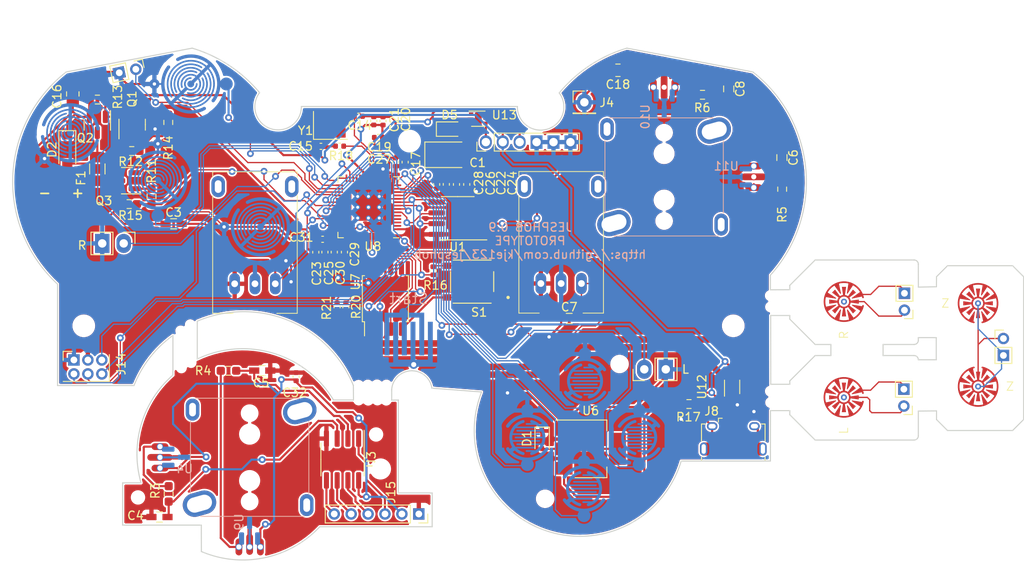
<source format=kicad_pcb>
(kicad_pcb (version 20211014) (generator pcbnew)
  (layers (0 "F.Cu" signal) (31 "B.Cu" signal) (36 "B.SilkS" user "B.Silkscreen") (37 "F.SilkS" user "F.Silkscreen") (38 "B.Mask" user) (39 "F.Mask" user) (44 "Edge.Cuts" user))
  (net 0 "")
  (net 1 "GND")
  (net 2 "+3V3")
  (net 3 "/A")
  (net 4 "/B")
  (net 5 "/X")
  (net 6 "/Y")
  (net 7 "/R")
  (net 8 "/Start")
  (net 9 "/Z")
  (net 10 "/Dleft")
  (net 11 "/Dup")
  (net 12 "/Dright")
  (net 13 "/Ddown")
  (net 14 "/Lanalog")
  (net 15 "/Ranalog")
  (net 16 "/L")
  (net 17 "/Stick_x_filt")
  (net 18 "/Stick_y_filt")
  (net 19 "/Ladder1")
  (net 20 "/Rumble")
  (net 21 "/C_x_filt")
  (net 22 "/C_y_filt")
  (net 23 "Net-(Q1-Pad1)")
  (net 24 "Net-(F1-Pad2)")
  (net 25 "Net-(Q1-Pad3)")
  (net 26 "/Brake")
  (net 27 "Net-(Q3-Pad1)")
  (net 28 "Net-(D2-Pad2)")
  (net 29 "VCC")
  (net 30 "/XIN")
  (net 31 "Net-(C15-Pad1)")
  (net 32 "+1V1")
  (net 33 "+5V")
  (net 34 "/USB_D+")
  (net 35 "/USB_D-")
  (net 36 "/~{USB_BOOT}")
  (net 37 "/QSPI_SS")
  (net 38 "/XOUT")
  (net 39 "Net-(R20-Pad2)")
  (net 40 "Net-(R21-Pad2)")
  (net 41 "/QSPI_SD1")
  (net 42 "/QSPI_SD2")
  (net 43 "/QSPI_SD0")
  (net 44 "/QSPI_SCLK")
  (net 45 "/QSPI_SD3")
  (net 46 "/Ladder2")
  (net 47 "/Ladder3")
  (net 48 "/Ladder4")
  (net 49 "/GPIO12")
  (net 50 "/GPIO13")
  (net 51 "/GPIO14")
  (net 52 "/GPIO15")
  (net 53 "/SWCLK")
  (net 54 "/SWD")
  (net 55 "/RUN")
  (net 56 "/CS2")
  (net 57 "/CLK")
  (net 58 "/Dout")
  (net 59 "/Din")
  (net 60 "/GCC_DATA")
  (net 62 "/CS1")
  (net 63 "/H1XS")
  (net 64 "/H1YS")
  (net 65 "/H2YS")
  (net 66 "/H2XS")
  (net 67 "Net-(D1-Pad2)")
  (net 68 "/CLK2")
  (net 69 "/Dout2")
  (net 70 "/Din2")
  (net 71 "/CS2_2")
  (net 72 "/GND_C")
  (net 73 "/USB_D-_Raw")
  (net 74 "/USB_D+_Raw")
  (net 75 "Net-(J8-Pad6)")
  (net 76 "/GCC_3.3V")
  (net 77 "Net-(D5-Pad2)")
  (footprint "PhobGCC_2_0_0_footprints:Fuse_1206_3216Metric" (layer "F.Cu") (at 67.48 36.0675 -90)
    (fp_text reference "F1")
    (fp_text value "Fuse")
  )
  (footprint "PhobGCC_2_0_0_footprints:MountingHole_2.2mm" (layer "F.Cu") (at 104.4 32.77)
    (fp_text reference "H9" hide)
    (fp_text value "2.2mm")
  )
  (footprint "" (layer "F.Cu") (at 149.42 63.77 90)
    (fp_text reference "")
    (fp_text value "")
  )
  (footprint "" (layer "F.Cu") (at 77.42 59.61)
    (fp_text reference "")
    (fp_text value "")
  )
  (footprint "PhobGCC_2_0_0_footprints:C_0603_HandSoldering" (layer "F.Cu") (at 123.28 53.76 180)
    (fp_text reference "C7")
    (fp_text value "0.047u")
  )
  (footprint "PhobGCC_2_0_0_footprints:C_0402_1005Metric" (layer "F.Cu") (at 102.74 35.26 90)
    (fp_text reference "C27")
    (fp_text value "100n")
  )
  (footprint "PhobGCC_2_0_0_footprints:C_0402_1005Metric" (layer "F.Cu") (at 100.17 30.38 90)
    (fp_text reference "C21")
    (fp_text value "1u")
  )
  (footprint "PhobGCC_2_0_0_footprints:C_0402_1005Metric" (layer "F.Cu") (at 95.5 45.91 -90)
    (fp_text reference "C30")
    (fp_text value "100n")
  )
  (footprint "" (layer "F.Cu") (at 100.6 63.41)
    (fp_text reference "")
    (fp_text value "")
  )
  (footprint "PhobGCC_2_0_0_footprints:C_0402_1005Metric" (layer "F.Cu") (at 90.985 60.65 90)
    (fp_text reference "C32")
    (fp_text value "100n")
  )
  (footprint "PhobGCC_2_0_0_footprints:Trigger_Contact" (layer "F.Cu") (at 155.76 63.1 -90)
    (fp_text reference "SW2" hide)
    (fp_text value "L")
  )
  (footprint "Diode_SMD:D_SOD-323" (layer "F.Cu") (at 109.07 31.35)
    (fp_text reference "D5")
    (fp_text value "CUS10S30,H3F")
  )
  (footprint "PhobGCC_2_0_0_footprints:C_0603_HandSoldering" (layer "F.Cu") (at 148.43 34.72 90)
    (fp_text reference "C6")
    (fp_text value "0.047u")
  )
  (footprint "PhobGCC_2_0_0_footprints:PinSocket_1x06_P2.00mm_Vertical" (layer "F.Cu") (at 105.495 76.9 -90)
    (fp_text reference "J15")
    (fp_text value "Conn_01x06")
  )
  (footprint "PhobGCC_2_0_0_footprints:C_0402_1005Metric" (layer "F.Cu") (at 98.36 29.83)
    (fp_text reference "C14")
    (fp_text value "27p")
  )
  (footprint "" (layer "F.Cu") (at 159.68 56.81 90)
    (fp_text reference "")
    (fp_text value "")
  )
  (footprint "" (layer "F.Cu") (at 157.33 56.85)
    (fp_text reference "")
    (fp_text value "")
  )
  (footprint "" (layer "F.Cu") (at 72.29 74.94)
    (fp_text reference "")
    (fp_text value "")
  )
  (footprint "PhobGCC_2_0_0_footprints:C_0603_HandSoldering" (layer "F.Cu") (at 76.5 42.56 180)
    (fp_text reference "C3")
    (fp_text value "0.047u")
  )
  (footprint "PhobGCC_2_0_0_footprints:Trigger_Contact" (layer "F.Cu") (at 171.63 61.81)
    (fp_text reference "SW2" hide)
    (fp_text value "Z")
  )
  (footprint "PhobGCC_2_0_0_footprints:Crystal_SMD_3225-4Pin_3.2x2.5mm" (layer "F.Cu") (at 95.04 30.91)
    (fp_text reference "Y1")
    (fp_text value "Crystal_GND24")
  )
  (footprint "PhobGCC_2_0_0_footprints:C_0402_1005Metric" (layer "F.Cu") (at 93.92 33.39 180)
    (fp_text reference "C15")
    (fp_text value "27p")
  )
  (footprint "Package_TO_SOT_SMD:SOT-666" (layer "F.Cu") (at 142.54 61.86 90)
    (fp_text reference "U12")
    (fp_text value "USBLC6-2P6")
  )
  (footprint "PhobGCC_2_0_0_footprints:SOT-23" (layer "F.Cu") (at 70.98 37.4575 180)
    (fp_text reference "Q3")
    (fp_text value "Q_NMOS_GSD")
  )
  (footprint "PhobGCC_2_0_0_footprints:MountingHole_1.8mm" (layer "F.Cu") (at 100.96 71.57)
    (fp_text reference "H10" hide)
    (fp_text value "2mm")
  )
  (footprint "PhobGCC_2_0_0_footprints:SW_TS-1187A-B-A-B" (layer "F.Cu") (at 111.8 49.4 180)
    (fp_text reference "S1")
    (fp_text value "BOOTSEL")
  )
  (footprint "" (layer "F.Cu") (at 164.6 59.29 90)
    (fp_text reference "")
    (fp_text value "")
  )
  (footprint "PhobGCC_2_0_0_footprints:R_0603_1608Metric_Pad0.98x0.95mm_HandSolder" (layer "F.Cu") (at 75.87 30.56 -90)
    (fp_text reference "R14")
    (fp_text value "10k")
  )
  (footprint "" (layer "F.Cu") (at 166.71 60.46 90)
    (fp_text reference "")
    (fp_text value "")
  )
  (footprint "" (layer "F.Cu") (at 164.61 52.93 90)
    (fp_text reference "")
    (fp_text value "")
  )
  (footprint "PhobGCC_2_0_0_footprints:C_0603_HandSoldering" (layer "F.Cu") (at 74.83 77.26 180)
    (fp_text reference "C4")
    (fp_text value "0.047u")
  )
  (footprint "" (layer "F.Cu") (at 160.46 63.15)
    (fp_text reference "")
    (fp_text value "")
  )
  (footprint "" (layer "F.Cu") (at 154.97 58.15 180)
    (fp_text reference "")
    (fp_text value "")
  )
  (footprint "" (layer "F.Cu") (at 166.74 61.59)
    (fp_text reference "")
    (fp_text value "")
  )
  (footprint "PhobGCC_2_0_0_footprints:rumble_pins" (layer "F.Cu") (at 64.368 41.9115 -90)
    (fp_text reference "J5" hide)
    (fp_text value "Rumble" hide)
  )
  (footprint "" (layer "F.Cu") (at 149.41 52.46 90)
    (fp_text reference "")
    (fp_text value "")
  )
  (footprint "" (layer "F.Cu") (at 158.46 58.16 90)
    (fp_text reference "")
    (fp_text value "")
  )
  (footprint "" (layer "F.Cu") (at 166.73 52.91 90)
    (fp_text reference "")
    (fp_text value "")
  )
  (footprint "PhobGCC_2_0_0_footprints:MountingHole_1.8mm" (layer "F.Cu") (at 100.44 67.49)
    (fp_text reference "H10" hide)
    (fp_text value "1.2mm")
  )
  (footprint "" (layer "F.Cu") (at 166.72 54.1 90)
    (fp_text reference "")
    (fp_text value "")
  )
  (footprint "" (layer "F.Cu") (at 99.46 61.63 180)
    (fp_text reference "")
    (fp_text value "")
  )
  (footprint "PhobGCC_2_0_0_footprints:C_0805_2012Metric" (layer "F.Cu") (at 64.58 27.19 90)
    (fp_text reference "C16")
    (fp_text value "10u")
  )
  (footprint "" (layer "F.Cu") (at 166.71 51.84 90)
    (fp_text reference "")
    (fp_text value "")
  )
  (footprint "" (layer "F.Cu") (at 147.05 51.06 90)
    (fp_text reference "")
    (fp_text value "")
  )
  (footprint "PhobGCC_2_0_0_footprints:C_0402_1005Metric" (layer "F.Cu") (at 109.95 37.9 -90)
    (fp_text reference "C22")
    (fp_text value "100n")
  )
  (footprint "PhobGCC_2_0_0_footprints:C_0402_1005Metric" (layer "F.Cu") (at 111.16 37.9 -90)
    (fp_text reference "C24")
    (fp_text value "100n")
  )
  (footprint "" (layer "F.Cu") (at 164.59 51.84 90)
    (fp_text reference "")
    (fp_text value "")
  )
  (footprint "PhobGCC_2_0_0_footprints:Trigger_Contact" (layer "F.Cu") (at 155.77 51.77 -90)
    (fp_text reference "SW2" hide)
    (fp_text value "R")
  )
  (footprint "PhobGCC_2_0_0_footprints:C_0402_1005Metric" (layer "F.Cu") (at 107.18 48.12 90)
    (fp_text reference "R16")
    (fp_text value "1k")
  )
  (footprint "" (layer "F.Cu") (at 156.15 56.84)
    (fp_text reference "")
    (fp_text value "")
  )
  (footprint "" (layer "F.Cu") (at 164.6 54.1 90)
    (fp_text reference "")
    (fp_text value "")
  )
  (footprint "" (layer "F.Cu") (at 147.06 62.37)
    (fp_text reference "")
    (fp_text value "")
  )
  (footprint "PhobGCC_2_0_0_footprints:SOT-23" (layer "F.Cu") (at 67.48 30.8375 -90)
    (fp_text reference "Q2")
    (fp_text value "Q_PMOS_GDS")
  )
  (footprint "" (layer "F.Cu") (at 98.36 61.66 90)
    (fp_text reference "")
    (fp_text value "")
  )
  (footprint "PhobGCC_2_0_0_footprints:R_0603_1608Metric_Pad0.98x0.95mm_HandSolder" (layer "F.Cu") (at 71.25 40.2275)
    (fp_text reference "R15")
    (fp_text value "10k")
  )
  (footprint "" (layer "F.Cu") (at 158.46 56.83)
    (fp_text reference "")
    (fp_text value "")
  )
  (footprint "" (layer "F.Cu") (at 159.67 58.19 90)
    (fp_text reference "")
    (fp_text value "")
  )
  (footprint "" (layer "F.Cu") (at 166.73 55.34)
    (fp_text reference "")
    (fp_text value "")
  )
  (footprint "" (layer "F.Cu") (at 151.16 63.15)
    (fp_text reference "")
    (fp_text value "")
  )
  (footprint "Diode_SMD:D_SOD-323" (layer "F.Cu") (at 120.08 68.12 -90)
    (fp_text reference "D1")
    (fp_text value "CUS10S30,H3F")
  )
  (footprint "PhobGCC_2_0_0_footprints:C_0603_HandSoldering" (layer "F.Cu") (at 142.14 26.59 90)
    (fp_text reference "C8")
    (fp_text value "0.047u")
  )
  (footprint "" (layer "F.Cu") (at 149.41 62.38 90)
    (fp_text reference "")
    (fp_text value "")
  )
  (footprint "PhobGCC_2_0_0_footprints:SOIC-8_3.9x4.9mm_P1.27mm" (layer "F.Cu") (at 96.475 70.45 -90)
    (fp_text reference "U3")
    (fp_text value "MCP3202")
  )
  (footprint "PhobGCC_2_0_0_footprints:C_0402_1005Metric" (layer "F.Cu") (at 103.88 35.26 90)
    (fp_text reference "C17")
    (fp_text value "100n")
  )
  (footprint "PhobGCC_2_0_0_footprints:C_0603_HandSoldering" (layer "F.Cu") (at 86.98 59.93)
    (fp_text reference "C5")
    (fp_text value "0.047u")
  )
  (footprint "" (layer "F.Cu") (at 156.14 58.16 90)
    (fp_text reference "")
    (fp_text value "")
  )
  (footprint "" (layer "F.Cu") (at 166.7 50.63)
    (fp_text reference "")
    (fp_text value "")
  )
  (footprint "" (layer "F.Cu") (at 98.38 63.41)
    (fp_text reference "")
    (fp_text value "")
  )
  (footprint "" (layer "F.Cu") (at 164.59 60.46 90)
    (fp_text reference "")
    (fp_text value "")
  )
  (footprint "" (layer "F.Cu") (at 164.61 55.31 90)
    (fp_text reference "")
    (fp_text value "")
  )
  (footprint "Package_TO_SOT_SMD:SOT-666" (layer "F.Cu") (at 112.53 30.12)
    (fp_text reference "U13")
    (fp_text value "USBLC6-2P6")
  )
  (footprint "PhobGCC_2_0_0_footprints:Pin_Header_Straight_1x02_Pitch2.54mm" (layer "F.Cu") (at 70.6 44.88 -90)
    (fp_text reference "SW7" hide)
    (fp_text value "R")
  )
  (footprint "Resistor_SMD:R_0603_1608Metric_Pad0.98x0.95mm_HandSolder" (layer "F.Cu") (at 137.44 63.89 180)
    (fp_text reference "R17")
    (fp_text value "100k")
  )
  (footprint "PhobGCC_2_0_0_footprints:C_0402_1005Metric" (layer "F.Cu") (at 107.6 37.9 -90)
    (fp_text reference "C28")
    (fp_text value "100n")
  )
  (footprint "" (layer "F.Cu") (at 99.51 63.43)
    (fp_text reference "")
    (fp_text value "")
  )
  (footprint "PhobGCC_2_0_0_footprints:C_0402_1005Metric" (layer "F.Cu") (at 100.71 32.34 180)
    (fp_text reference "C19")
    (fp_text value "100n")
  )
  (footprint "PhobGCC_2_0_0_footprints:R_0603_1608Metric_Pad0.98x0.95mm_HandSolder" (layer "F.Cu") (at 139.04 27.29 180)
    (fp_text reference "R6")
    (fp_text value "2k")
  )
  (footprint "PhobGCC_2_0_0_footprints:PinHeader_1x02_P2.00mm_Horizontal" (layer "F.Cu") (at 70.074899 24.68311 102)
    (fp_text reference "J3" hide)
    (fp_text value "Conn_01x02")
  )
  (footprint "PhobGCC_2_0_0_footprints:R_0603_1608Metric_Pad0.98x0.95mm_HandSolder" (layer "F.Cu") (at 75.92 74.52 90)
    (fp_text reference "R3")
    (fp_text value "2k")
  )
  (footprint "PhobGCC_2_0_0_footprints:SOIC-8_5.23x5.23mm_P1.27mm" (layer "F.Cu") (at 101.54 51.42 90)
    (fp_text reference "U7")
    (fp_text value "W25Q128JVS")
  )
  (footprint "PhobGCC_2_0_0_footprints:GCC_Header_Straight_1x06_Pitch2.00mm" (layer "F.Cu") (at 113.42 32.89 90)
    (fp_text reference "J1" hide)
    (fp_text value "Conn_01x06_Female")
  )
  (footprint "PhobGCC_2_0_0_footprints:USB_Micro-B_Amphenol_10118194_Horizontal" (layer "F.Cu") (at 142.68 67.91)
    (fp_text reference "J8")
    (fp_text value "USB_B_Micro")
  )
  (footprint "PhobGCC_2_0_0_footprints:SOT-23" (layer "F.Cu") (at 71.6 30.8275 90)
    (fp_text reference "Q1")
    (fp_text value "Q_NMOS_GSD")
  )
  (footprint "" (layer "F.Cu") (at 160.46 51.84)
    (fp_text reference "")
    (fp_text value "")
  )
  (footprint "PhobGCC_2_0_0_footprints:PinSocket_1x06_P2.00mm_Vertical" (layer "F.Cu") (at 63.443 62.865 90)
    (fp_text reference "J14")
    (fp_text value "Conn_01x06")
  )
  (footprint "PhobGCC_2_0_0_footprints:R_0603_1608Metric_Pad0.98x0.95mm_HandSolder" (layer "F.Cu") (at 67.49 27.8575 180)
    (fp_text reference "R13")
    (fp_text value "10k")
  )
  (footprint "PhobGCC_2_0_0_footprints:PinHeader_1x01_P2.54mm_Vertical" (layer "F.Cu") (at 125.07 28.18)
    (fp_text reference "J4")
    (fp_text value "Conn_01x01")
  )
  (footprint "PhobGCC_2_0_0_footprints:SOIC-8_3.9x4.9mm_P1.27mm" (layer "F.Cu") (at 110.09 41.9 180)
    (fp_text reference "U1")
    (fp_text value "MCP3202")
  )
  (footprint "" (layer "F.Cu") (at 149.4 51.07 90)
    (fp_text reference "")
    (fp_text value "")
  )
  (footprint "PhobGCC_2_0_0_footprints:C_0402_1005Metric" (layer "F.Cu") (at 96.13 33.37 180)
    (fp_text reference "R18")
    (fp_text value "1k")
  )
  (footprint "PhobGCC_2_0_0_footprints:SOT-223-3_TabPin2" (layer "F.Cu") (at 125.82 69.19)
    (fp_text reference "U6")
    (fp_text value "AMS1117-3.3")
  )
  (footprint "PhobGCC_2_0_0_footprints:D_SOD-123" (layer "F.Cu") (at 63.93 33.78 -90)
    (fp_text reference "D2")
    (fp_text value "M7C")
  )
  (footprint "" (layer "F.Cu") (at 147.09 63.71)
    (fp_text reference "")
    (fp_text value "")
  )
  (footprint "PhobGCC_2_0_0_footprints:C_0402_1005Metric" (layer "F.Cu") (at 94.12 44.39 180)
    (fp_text reference "C31")
    (fp_text value "100n")
  )
  (footprint "PhobGCC_2_0_0_footprints:C_0402_1005Metric" (layer "F.Cu") (at 96.7 45.91 -90)
    (fp_text reference "C29")
    (fp_text value "100n")
  )
  (footprint "PhobGCC_2_0_0_footprints:C_0402_1005Metric" (layer "F.Cu") (at 93.31 45.92 -90)
    (fp_text reference "C23")
    (fp_text value "1u")
  )
  (footprint "" (layer "F.Cu") (at 101.64 63.43)
    (fp_text reference "")
    (fp_text value "")
  )
  (footprint "PhobGCC_2_0_0_footprints:R_0603_1608Metric_Pad0.98x0.95mm_HandSolder" (layer "F.Cu") (at 148.46 38.46 -90)
    (fp_text reference "R5")
    (fp_text value "2k")
  )
  (footprint "" (layer "F.Cu") (at 164.6 61.67 90)
    (fp_text reference "")
    (fp_text value "")
  )
  (footprint "PhobGCC_2_0_0_footprints:Trigger_Contact" (layer "F.Cu") (at 171.62 51.97 180)
    (fp_text reference "SW2" hide)
    (fp_text value "Z")
  )
  (footprint "PhobGCC_2_0_0_footprints:R_0603_1608Metric_Pad0.98x0.95mm_HandSolder" (layer "F.Cu") (at 71.55 33.9475 180)
    (fp_text reference "R12")
    (fp_text value "100R")
  )
  (footprint "PhobGCC_2_0_0_footprints:R_0603_1608Metric_Pad0.98x0.95mm_HandSolder" (layer "F.Cu") (at 82.99 59.95 180)
    (fp_text reference "R4")
    (fp_text value "2k")
  )
  (footprint "" (layer "F.Cu") (at 129.23 59.15)
    (fp_text reference "")
    (fp_text value "")
  )
  (footprint "PhobGCC_2_0_0_footprints:MountingHole_1.8mm" (layer "F.Cu") (at 120.43 75.1)
    (fp_text reference "H5" hide)
    (fp_text value "1.7mm")
  )
  (footprint "" (layer "F.Cu") (at 166.72 63.94)
    (fp_text reference "")
    (fp_text value "")
  )
  (footprint "" (layer "F.Cu") (at 157.32 58.16 90)
    (fp_text reference "")
    (fp_text value "")
  )
  (footprint "" (layer "F.Cu") (at 101.67 61.63 90)
    (fp_text reference "")
    (fp_text value "")
  )
  (footprint "" (layer "F.Cu") (at 78.57 58.98)
    (fp_text reference "")
    (fp_text value "")
  )
  (footprint "" (layer "F.Cu") (at 166.72 59.27)
    (fp_text reference "")
    (fp_text value "")
  )
  (footprint "PhobGCC_2_0_0_footprints:C_0402_1005Metric" (layer "F.Cu") (at 94.39 45.91 -90)
    (fp_text reference "C25")
    (fp_text value "100n")
  )
  (footprint "PhobGCC_2_0_0_footprints:GCC_Slider" (layer "F.Cu") (at 86.12 49.655 180)
    (fp_text reference "RV2" hide)
    (fp_text value "R_POT_MountingPin")
  )
  (footprint "PhobGCC_2_0_0_footprints:PinHeader_1x02_P2.00mm_Horizontal" (layer "F.Cu") (at 162.92 50.78)
    (fp_text reference "J3" hide)
    (fp_text value "Conn_01x02")
  )
  (footprint "" (layer "F.Cu") (at 164.59 50.78)
    (fp_text reference "")
    (fp_text value "")
  )
  (footprint "Capacitor_Tantalum_SMD:CP_EIA-3528-12_Kemet-T_Pad1.50x2.35mm_HandSolder" (layer "F.Cu") (at 108.84 34.39)
    (fp_text reference "C1")
    (fp_text value "47u")
  )
  (footprint "PhobGCC_2_0_0_footprints:MountingHole_2.2mm" (layer "F.Cu") (at 142.68 54.63)
    (fp_text reference "H9" hide)
    (fp_text value "2.2mm")
  )
  (footprint "PhobGCC_2_0_0_footprints:RP2040-QFN-56" (layer "F.Cu") (at 99.54 40.6 180)
    (fp_text reference "U8")
    (fp_text value "RP2040")
  )
  (footprint "PhobGCC_2_0_0_footprints:C_0402_1005Metric" (layer "F.Cu") (at 101.26 30.39 90)
    (fp_text reference "C20")
    (fp_text value "100n")
  )
  (footprint "" (layer "F.Cu") (at 100.55 61.61 90)
    (fp_text reference "")
    (fp_text value "")
  )
  (footprint "" (layer "F.Cu") (at 154.95 56.83 180)
    (fp_text reference "")
    (fp_text value "")
  )
  (footprint "PhobGCC_2_0_0_footprints:PinHeader_1x02_P2.00mm_Horizontal" (layer "F.Cu") (at 174.62 58.135 180)
    (fp_text reference "J3" hide)
    (fp_text value "Conn_01x02")
  )
  (footprint "" (layer "F.Cu") (at 166.71 62.73 90)
    (fp_text reference "")
    (fp_text value "")
  )
  (footprint "PhobGCC_2_0_0_footprints:GCC_Slider" (layer "F.Cu") (at 122.325 49.625 180)
    (fp_text reference "RV1" hide)
    (fp_text value "R_POT_MountingPin")
  )
  (footprint "PhobGCC_2_0_0_footprints:MountingHole_2.2mm" (layer "F.Cu") (at 65.88 54.63)
    (fp_text reference "H9" hide)
    (fp_text value "2.2mm")
  )
  (footprint "" (layer "F.Cu") (at 164.59 63.98)
    (fp_text reference "")
    (fp_text value "")
  )
  (footprint "PhobGCC_2_0_0_footprints:PinHeader_1x02_P2.00mm_Horizontal" (layer "F.Cu") (at 162.85 62.13)
    (fp_text reference "J3" hide)
    (fp_text value "Conn_01x02")
  )
  (footprint "" (layer "F.Cu") (at 151.17 51.84)
    (fp_text reference "")
    (fp_text value "")
  )
  (footprint "" (layer "F.Cu") (at 77.34 55.23)
    (fp_text reference "")
    (fp_text value "")
  )
  (footprint "" (layer "F.Cu") (at 164.58 62.77 90)
    (fp_text reference "")
    (fp_text value "")
  )
  (footprint "PhobGCC_2_0_0_footprints:C_0402_1005Metric" (layer "F.Cu") (at 95.83 52.4 90)
    (fp_text reference "R21")
    (fp_text value "27")
  )
  (footprint "PhobGCC_2_0_0_footprints:C_0805_2012Metric" (layer "F.Cu") (at 129.04 24.39 180)
    (fp_text reference "C18")
    (fp_text value "10u")
  )
  (footprint "" (layer "F.Cu") (at 147.08 52.4 90)
    (fp_text reference "")
    (fp_text value "")
  )
  (footprint "PhobGCC_2_0_0_footprints:C_0402_1005Metric" (layer "F.Cu") (at 108.75 37.89 -90)
    (fp_text reference "C26")
    (fp_text value "100n")
  )
  (footprint "PhobGCC_2_0_0_footprints:C_0402_1005Metric" (layer "F.Cu") (at 96.87 52.4 90)
    (fp_text reference "R20")
    (fp_text value "27")
  )
  (footprint "PhobGCC_2_0_0_footprints:Pin_Header_Straight_1x02_Pitch2.54mm" (layer "F.Cu") (at 132.155 59.78 90)
    (fp_text reference "SW6" hide)
    (fp_text value "L")
  )
  (footprint "" (layer "F.Cu") (at 78.47 54.5)
    (fp_text reference "")
    (fp_text value "")
  )
  (footprint "PhobGCC_2_0_0_footprints:R_0603_1608Metric_Pad0.98x0.95mm_HandSolder" (layer "F.Cu") (at 73.89 39.3175 90)
    (fp_text reference "R11")
    (fp_text value "100R")
  )
  (footprint "PhobGCC_2_0_0_footprints:GCC_Stickbox_Hall_Only" (layer "B.Cu") (at 134.5 37 180)
    (fp_text reference "U2" hide)
    (fp_text value "Stickbox_Assembly_Main")
  )
  (footprint "PhobGCC_2_0_0_footprints:Dpad_Contact_TL3315NF_2_ZigZag" (layer "B.Cu") (at 118.33 67.85 180)
    (fp_text reference "SW11" hide)
    (fp_text value "Dright" hide)
  )
  (footprint "PhobGCC_2_0_0_footprints:GCC_Stickbox_Hall_Only" (layer "B.Cu") (at 85.49 70.2)
    (fp_text reference "U5" hide)
    (fp_text value "Stickbox_Assembly_CStick")
  )
  (footprint "PhobGCC_2_0_0_footprints:SOT-23" (layer "B.Cu") (at 143.22 37.01 180)
    (fp_text reference "U11")
    (fp_text value "DRV5055A3xDBZxQ1")
  )
  (footprint "PhobGCC_2_0_0_footprints:Dpad_Contact_TL3315NF_2_ZigZag" (layer "B.Cu") (at 125.15 61.17 180)
    (fp_text reference "SW10" hide)
    (fp_text value "Dup" hide)
  )
  (footprint "PhobGCC_2_0_0_footprints:SOT-23" (layer "B.Cu") (at 134.51 28.31 -90)
    (fp_text reference "U10")
    (fp_text value "DRV5055A3xDBZxQ1")
  )
  (footprint "PhobGCC_2_0_0_footprints:ABXY_Contact_Omron_Switch_Circley" (layer "B.Cu") (at 74.64 37.39)
    (fp_text reference "SW1" hide)
    (fp_text value "A" hide)
  )
  (footprint "PhobGCC_2_0_0_footprints:SOT-23" (layer "B.Cu") (at 85.485 78.87 90)
    (fp_text reference "U9")
    (fp_text value "DRV5055A3xDBZxQ1")
  )
  (footprint "PhobGCC_2_0_0_footprints:ABXY_Contact_Omron_Switch_Circley" (layer "B.Cu") (at 78.53 26.01 90)
    (fp_text reference "SW4" hide)
    (fp_text value "Y" hide)
  )
  (footprint "PhobGCC_2_0_0_footprints:ABXY_Contact_Omron_Switch_Circley" (layer "B.Cu") (at 86.77 42.92 90)
    (fp_text reference "SW2" hide)
    (fp_text value "B" hide)
  )
  (footprint "PhobGCC_2_0_0_footprints:SOT-23" (layer "B.Cu") (at 76.805 70.18)
    (fp_text reference "U4")
    (fp_text value "DRV5055A3xDBZxQ1")
  )
  (footprint "PhobGCC_2_0_0_footprints:Dpad_Contact_TL3315NF_2_ZigZag" (layer "B.Cu") (at 131.55 67.85 180)
    (fp_text reference "SW9" hide)
    (fp_text value "Dleft" hide)
  )
  (footprint "PhobGCC_2_0_0_footprints:ABXY_Contact_Omron_Switch_Circley" (layer "B.Cu") (at 64.279 31.800193 135)
    (fp_text reference "SW3" hide)
    (fp_text value "X" hide)
  )
  (footprint "PhobGCC_2_0_0_footprints:Dpad_Contact_TL3315NF_2_ZigZag" (layer "B.Cu") (at 125.03 73.9 180)
    (fp_text reference "SW12" hide)
    (fp_text value "Ddown" hide)
  )
  (footprint "PhobGCC_2_0_0_footprints:Start_Contact" (layer "B.Cu") (at 104.29 56.12 180)
    (fp_text reference "SW5" hide)
    (fp_text value "Start")
  )
  (gr_line (start 79.776143 78.217062) (end 79.785368 81.342958) (layer "Edge.Cuts") (width 0.13))
  (gr_arc (start 136.51976 70.633576) (mid 120.455403 78.852759) (end 112.917836 62.457528) (layer "Edge.Cuts") (width 0.13))
  (gr_line (start 166.71 48.82) (end 166.7 50.01) (layer "Edge.Cuts") (width 0.13))
  (gr_line (start 149.36 61.15) (end 149.36 61.55) (layer "Edge.Cuts") (width 0.13))
  (gr_line (start 164.06 58.15) (end 160.39 58.15) (layer "Edge.Cuts") (width 0.13))
  (gr_arc (start 144.985464 24.582147) (mid 151.25948 36.154222) (end 147.071173 48.633576) (layer "Edge.Cuts") (width 0.13))
  (gr_line (start 149.36 64.67) (end 149.36 65.15) (layer "Edge.Cuts") (width 0.13))
  (gr_arc (start 78.696173 21.769731) (mid 83.070514 23.813827) (end 86.665841 27.036685) (layer "Edge.Cuts") (width 0.13))
  (gr_line (start 91.608663 28.669731) (end 117.150246 28.669731) (layer "Edge.Cuts") (width 0.13))
  (gr_line (start 149.36 53.84) (end 152.36 56.84) (layer "Edge.Cuts") (width 0.13))
  (gr_line (start 63.808939 24.582563) (end 78.696173 21.769731) (layer "Edge.Cuts") (width 0.13))
  (gr_line (start 152.36 68.15) (end 164.06 68.15) (layer "Edge.Cuts") (width 0.13))
  (gr_line (start 62.774173 61.696731) (end 62.774173 49.696731) (layer "Edge.Cuts") (width 0.13))
  (gr_line (start 97.757576 61.696731) (end 97.77 63.41) (layer "Edge.Cuts") (width 0.13))
  (gr_line (start 71.82 61.696731) (end 62.774173 61.696731) (layer "Edge.Cuts") (width 0.13))
  (gr_line (start 149.36 49.84) (end 149.36 50.36) (layer "Edge.Cuts") (width 0.13))
  (gr_arc (start 102.288462 62.17) (mid 104.592291 59.953625) (end 107.04 62.01) (layer "Edge.Cuts") (width 0.13))
  (gr_line (start 103.073857 78.41) (end 107.073857 78.41) (layer "Edge.Cuts") (width 0.13))
  (gr_arc (start 164.06 46.84) (mid 164.413553 46.986447) (end 164.56 47.34) (layer "Edge.Cuts") (width 0.13))
  (gr_line (start 112.917836 62.457528) (end 107.04 62.01) (layer "Edge.Cuts") (width 0.13))
  (gr_line (start 166.71 48.82) (end 168.01 47.52) (layer "Edge.Cuts") (width 0.13))
  (gr_line (start 152.36 56.84) (end 154.22 56.84) (layer "Edge.Cuts") (width 0.13))
  (gr_line (start 177.01 65.72) (end 175.71 67.02) (layer "Edge.Cuts") (width 0.13))
  (gr_line (start 154.22 56.84) (end 154.22 58.15) (layer "Edge.Cuts") (width 0.13))
  (gr_arc (start 72.649242 73.217062) (mid 72.675449 66.288993) (end 76.42 60.46) (layer "Edge.Cuts") (width 0.13))
  (gr_line (start 149.36 53.41) (end 147.1 53.41) (layer "Edge.Cuts") (width 0.13))
  (gr_arc (start 93.788294 78.41) (mid 87.247927 82.077905) (end 79.785368 81.342958) (layer "Edge.Cuts") (width 0.13))
  (gr_arc (start 122.099305 27.072396) (mid 120.744405 31.340023) (end 117.150246 28.669731) (layer "Edge.Cuts") (width 0.13))
  (gr_arc (start 122.099305 27.072396) (mid 125.704765 23.826872) (end 130.09823 21.77012) (layer "Edge.Cuts") (width 0.13))
  (gr_line (start 149.36 53.41) (end 149.36 53.84) (layer "Edge.Cuts") (width 0.13))
  (gr_line (start 164.565 50.05) (end 164.56 47.34) (layer "Edge.Cuts") (width 0.13))
  (gr_line (start 152.36 58.15) (end 154.22 58.15) (layer "Edge.Cuts") (width 0.13))
  (gr_line (start 97.77 63.41) (end 95.402713 63.41) (layer "Edge.Cuts") (width 0.13))
  (gr_line (start 164.06 46.84) (end 152.36 46.84) (layer "Edge.Cuts") (width 0.13))
  (gr_line (start 149.36 61.15) (end 152.36 58.15) (layer "Edge.Cuts") (width 0.13))
  (gr_line (start 76.42 55.77) (end 76.42 60.46) (layer "Edge.Cuts") (width 0.13))
  (gr_arc (start 62.774173 49.696731) (mid 57.487403 36.900501) (end 63.808939 24.582563) (layer "Edge.Cuts") (width 0.13))
  (gr_arc (start 91.608663 28.669731) (mid 87.996089 31.307224) (end 86.665841 27.036685) (layer "Edge.Cuts") (width 0.13))
  (gr_line (start 160.39 56.84) (end 164.06 56.84) (layer "Edge.Cuts") (width 0.13))
  (gr_line (start 70.476143 73.217062) (end 70.476143 78.217062) (layer "Edge.Cuts") (width 0.13))
  (gr_arc (start 79.3 54.08) (mid 90.126955 54.015537) (end 97.757576 61.696731) (layer "Edge.Cuts") (width 0.13))
  (gr_line (start 107.073857 78.41) (end 107.073857 74.41) (layer "Edge.Cuts") (width 0.13))
  (gr_line (start 175.71 47.52) (end 177.01 48.82) (layer "Edge.Cuts") (width 0.13))
  (gr_line (start 166.71 64.7) (end 166.71 65.72) (layer "Edge.Cuts") (width 0.13))
  (gr_line (start 107.073857 74.41) (end 103.073857 74.41) (layer "Edge.Cuts") (width 0.13))
  (gr_line (start 102.29 63.43) (end 103.073857 63.41) (layer "Edge.Cuts") (width 0.13))
  (gr_line (start 93.788294 78.41) (end 103.073857 78.41) (layer "Edge.Cuts") (width 0.13))
  (gr_arc (start 164.06 58.15) (mid 164.413553 58.296447) (end 164.56 58.65) (layer "Edge.Cuts") (width 0.13))
  (gr_line (start 175.71 47.52) (end 168.01 47.52) (layer "Edge.Cuts") (width 0.13))
  (gr_line (start 164.565 50.05) (end 166.7 50.01) (layer "Edge.Cuts") (width 0.13))
  (gr_line (start 72.649242 73.217062) (end 70.476143 73.217062) (layer "Edge.Cuts") (width 0.13))
  (gr_line (start 149.36 64.67) (end 147.08 64.67) (layer "Edge.Cuts") (width 0.13))
  (gr_arc (start 164.56 56.34) (mid 164.413553 56.693553) (end 164.06 56.84) (layer "Edge.Cuts") (width 0.13))
  (gr_arc (start 164.56 67.65) (mid 164.413553 68.003553) (end 164.06 68.15) (layer "Edge.Cuts") (width 0.13))
  (gr_line (start 149.36 61.55) (end 147.11 61.55) (layer "Edge.Cuts") (width 0.13))
  (gr_line (start 79.3 54.08) (end 79.3 58.56) (layer "Edge.Cuts") (width 0.13))
  (gr_line (start 147.08 64.67) (end 147.071173 70.633576) (layer "Edge.Cuts") (width 0.13))
  (gr_line (start 168.01 67.02) (end 175.71 67.02) (layer "Edge.Cuts") (width 0.13))
  (gr_line (start 164.56 67.65) (end 164.56 64.72) (layer "Edge.Cuts") (width 0.13))
  (gr_line (start 149.36 65.15) (end 152.36 68.15) (layer "Edge.Cuts") (width 0.13))
  (gr_line (start 102.288462 62.17) (end 102.29 63.43) (layer "Edge.Cuts") (width 0.13))
  (gr_arc (start 79.3 58.56) (mid 88.288655 57.873031) (end 95.402713 63.41) (layer "Edge.Cuts") (width 0.13))
  (gr_line (start 168.01 67.02) (end 166.71 65.72) (layer "Edge.Cuts") (width 0.13))
  (gr_line (start 130.09823 21.77012) (end 144.985464 24.582147) (layer "Edge.Cuts") (width 0.13))
  (gr_line (start 149.36 49.84) (end 152.36 46.84) (layer "Edge.Cuts") (width 0.13))
  (gr_line (start 166.68 56.03) (end 166.68 58.65) (layer "Edge.Cuts") (width 0.13))
  (gr_line (start 149.36 50.36) (end 147.07 50.37) (layer "Edge.Cuts") (width 0.13))
  (gr_line (start 70.476143 78.217062) (end 79.776143 78.217062) (layer "Edge.Cuts") (width 0.13))
  (gr_line (start 147.1 53.41) (end 147.11 61.55) (layer "Edge.Cuts") (width 0.13))
  (gr_line (start 164.56 56.03) (end 166.68 56.03) (layer "Edge.Cuts") (width 0.13))
  (gr_line (start 164.56 64.72) (end 166.71 64.7) (layer "Edge.Cuts") (width 0.13))
  (gr_line (start 164.56 56.03) (end 164.56 56.34) (layer "Edge.Cuts") (width 0.13))
  (gr_line (start 103.073857 74.41) (end 103.073857 63.41) (layer "Edge.Cuts") (width 0.13))
  (gr_line (start 147.071173 70.633576) (end 136.51976 70.633576) (layer "Edge.Cuts") (width 0.13))
  (gr_line (start 177.01 65.72) (end 177.01 48.82) (layer "Edge.Cuts") (width 0.13))
  (gr_line (start 164.56 58.65) (end 166.68 58.65) (layer "Edge.Cuts") (width 0.13))
  (gr_arc (start 71.82 61.696731) (mid 73.690332 58.399881) (end 76.42 55.77) (layer "Edge.Cuts") (width 0.13))
  (gr_line (start 160.39 56.84) (end 160.39 58.15) (layer "Edge.Cuts") (width 0.13))
  (gr_line (start 147.07 50.37) (end 147.071173 48.633576) (layer "Edge.Cuts") (width 0.13))
  (gr_text "JESPHOB 0.9\nPROTOTYPE\nhttps://github.com/kje123/jesphob" (at 118.65 44.58) (layer "B.SilkS") (effects (font (size 1 1)) (justify mirror)))
  (segment (start 162.41 61.28) (end 163.24 62.11) (width 0.15) (layer "F.Cu") (net 0))
  (segment (start 162.55 53.48) (end 163.25 52.78) (width 0.15) (layer "F.Cu") (net 0))
  (segment (start 159.05 64.91) (end 158.81 64.67) (width 0.15) (layer "F.Cu") (net 0))
  (segment (start 159.88 53.48) (end 162.55 53.48) (width 0.15) (layer "F.Cu") (net 0))
  (segment (start 157.71 62.25) (end 158.91 62.25) (width 0.15) (layer "F.Cu") (net 0))
  (segment (start 157.398 51.77) (end 158.17 51.77) (width 0.15) (layer "F.Cu") (net 0))
  (segment (start 159.89 49.95) (end 162.42 49.95) (width 0.15) (layer "F.Cu") (net 0))
  (segment (start 172.355 56.135) (end 171.63 56.86) (width 0.15) (layer "F.Cu") (net 0))
  (segment (start 158.91 62.25) (end 159.88 61.28) (width 0.15) (layer "F.Cu") (net 0))
  (segment (start 158.53 63.1) (end 157.388 63.1) (width 0.15) (layer "F.Cu") (net 0))
  (segment (start 158.17 51.77) (end 159.88 53.48) (width 0.15) (layer "F.Cu") (net 0))
  (segment (start 163.24 64.11) (end 162.44 64.91) (width 0.15) (layer "F.Cu") (net 0))
  (segment (start 157.72 50.92) (end 158.92 50.92) (width 0.15) (layer "F.Cu") (net 0))
  (segment (start 158.92 50.92) (end 159.89 49.95) (width 0.15) (layer "F.Cu") (net 0))
  (segment (start 162.44 64.91) (end 159.05 64.91) (width 0.15) (layer "F.Cu") (net 0))
  (segment (start 171.63 53.608) (end 171.62 53.598) (width 0.15) (layer "F.Cu") (net 0))
  (segment (start 174.62 56.135) (end 172.355 56.135) (width 0.15) (layer "F.Cu") (net 0))
  (segment (start 162.42 49.95) (end 163.25 50.78) (width 0.15) (layer "F.Cu") (net 0))
  (segment (start 158.81 64.67) (end 158.81 63.38) (width 0.15) (layer "F.Cu") (net 0))
  (segment (start 171.63 56.86) (end 171.63 53.608) (width 0.15) (layer "F.Cu") (net 0))
  (segment (start 159.88 61.28) (end 162.41 61.28) (width 0.15) (layer "F.Cu") (net 0))
  (segment (start 158.81 63.38) (end 158.53 63.1) (width 0.15) (layer "F.Cu") (net 0))
  (segment (start 171.63 60.182) (end 171.63 56.86) (width 0.15) (layer "F.Cu") (net 0))
  (segment (start 171.62 54.96) (end 171.62 51.97) (width 0.15) (layer "B.Cu") (net 0))
  (segment (start 172.325 61.81) (end 174.4 59.735) (width 0.15) (layer "B.Cu") (net 0))
  (segment (start 171.63 61.81) (end 172.325 61.81) (width 0.15) (layer "B.Cu") (net 0))
  (segment (start 174.4 57.74) (end 171.62 54.96) (width 0.15) (layer "B.Cu") (net 0))
  (segment (start 174.4 59.735) (end 174.4 57.74) (width 0.15) (layer "B.Cu") (net 0))
  (segment (start 108.74 38.38) (end 108.75 38.37) (width 0.15) (layer "F.Cu") (net 1))
  (segment (start 131.1 64.24) (end 124.57 64.24) (width 0.25) (layer "F.Cu") (net 1))
  (segment (start 70.61 42.56) (end 75.55 42.56) (width 0.25) (layer "F.Cu") (net 1))
  (segment (start 92.33 45.46) (end 93.27 46.4) (width 0.25) (layer "F.Cu") (net 1))
  (segment (start 101.87 36.07) (end 101.99 35.95) (width 0.25) (layer "F.Cu") (net 1))
  (segment (start 111.92 38.38) (end 112.65 39.11) (width 0.25) (layer "F.Cu") (net 1))
  (segment (start 72.5125 36.5075) (end 74.64 34.38) (width 0.25) (layer "F.Cu") (net 1))
  (segment (start 102.75 34.64) (end 102.75 30.43) (width 0.25) (layer "F.Cu") (net 1))
  (segment (start 147.1 36.18) (end 146.31 36.97) (width 0.25) (layer "F.Cu") (net 1))
  (segment (start 110.01 30.12) (end 109.52 30.61) (width 0.25) (layer "F.Cu") (net 1))
  (segment (start 80.69 41.14) (end 76.97 41.14) (width 0.15) (layer "F.Cu") (net 1))
  (segment (start 93.27 46.4) (end 93.31 46.4) (width 0.25) (layer "F.Cu") (net 1))
  (segment (start 92 30.47) (end 92.64 29.83) (width 0.25) (layer "F.Cu") (net 1))
  (segment (start 92 32.21) (end 92 30.47) (width 0.25) (layer "F.Cu") (net 1))
  (segment (start 69.3075 41.2575) (end 70.61 42.56) (width 0.25) (layer "F.Cu") (net 1))
  (segment (start 134.5 23.5) (end 134.5 26) (width 0.25) (layer "F.Cu") (net 1))
  (segment (start 119.42 32.89) (end 121.42 32.89) (width 0.25) (layer "F.Cu") (net 1))
  (segment (start 94.935 30.885) (end 95.58 31.53) (width 0.15) (layer "F.Cu") (net 1))
  (segment (start 74.31 31.34) (end 74.31 30.22) (width 0.25) (layer "F.Cu") (net 1))
  (segment (start 125.07 27.41) (end 125.07 28.18) (width 0.25) (layer "F.Cu") (net 1))
  (segment (start 67.804177 24.575823) (end 70.053705 24.575823) (width 0.25) (layer "F.Cu") (net 1))
  (segment (start 93.31 46.4) (end 94.38 46.4) (width 0.15) (layer "F.Cu") (net 1))
  (segment (start 92.74 44.39) (end 92.33 44.39) (width 0.25) (layer "F.Cu") (net 1))
  (segment (start 108.96 31.17) (end 108.96 32.885) (width 0.25) (layer "F.Cu") (net 1))
  (segment (start 100.17 29.9) (end 101.25 29.9) (width 0.25) (layer "F.Cu") (net 1))
  (segment (start 148.43 31.93) (end 148.43 33.77) (width 0.25) (layer "F.Cu") (net 1))
  (segment (start 90.39 49.42) (end 92.27 49.42) (width 0.25) (layer "F.Cu") (net 1))
  (segment (start 105.93 33.55) (end 104.74 34.74) (width 0.25) (layer "F.Cu") (net 1))
  (segment (start 95.5 46.39) (end 96.7 46.39) (width 0.15) (layer "F.Cu") (net 1))
  (segment (start 101.99 35.95) (end 101.99 34.92) (width 0.25) (layer "F.Cu") (net 1))
  (segment (start 101.26 36.086802) (end 100.54 36.806802) (width 0.25) (layer "F.Cu") (net 1))
  (segment (start 94.68 46.42) (end 94.69 46.41) (width 0.15) (layer "F.Cu") (net 1))
  (segment (start 147.1 35.1) (end 147.1 36.18) (width 0.25) (layer "F.Cu") (net 1))
  (segment (start 112.47 35.65) (end 112.47 38.56) (width 0.25) (layer "F.Cu") (net 1))
  (segment (start 114.8 51.275) (end 118.415 51.275) (width 0.15) (layer "F.Cu") (net 1))
  (segment (start 122.22 52.38) (end 122.22 49.73) (width 0.25) (layer "F.Cu") (net 1))
  (segment (start 109.52 30.61) (end 109.18 30.27) (width 0.25) (layer "F.Cu") (net 1))
  (segment (start 109.95 38.38) (end 111.16 38.38) (width 0.15) (layer "F.Cu") (net 1))
  (segment (start 102.23 29.91) (end 101.26 29.91) (width 0.25) (layer "F.Cu") (net 1))
  (segment (start 142 24.89) (end 142.14 25.03) (width 0.25) (layer "F.Cu") (net 1))
  (segment (start 71.9175 36.5075) (end 72.5125 36.5075) (width 0.25) (layer "F.Cu") (net 1))
  (segment (start 111.16 38.38) (end 111.92 38.38) (width 0.25) (layer "F.Cu") (net 1))
  (segment (start 66.14 26.24) (end 67.804177 24.575823) (width 0.25) (layer "F.Cu") (net 1))
  (segment (start 122.33 54.51) (end 122.33 53.76) (width 0.25) (layer "F.Cu") (net 1))
  (segment (start 107.19 51.275) (end 108.8 51.275) (width 0.25) (layer "F.Cu") (net 1))
  (segment (start 70.053705 24.575823) (end 70.053705 25.083705) (width 0.25) (layer "F.Cu") (net 1))
  (segment (start 119.52 52.38) (end 122.22 52.38) (width 0.15) (layer "F.Cu") (net 1))
  (segment (start 129.91 26.72) (end 133.18 23.45) (width 0.25) (layer "F.Cu") (net 1))
  (segment (start 112.47 38.56) (end 112.285 38.745) (width 0.25) (layer "F.Cu") (net 1))
  (segment (start 101.99 34.92) (end 100.64 33.57) (width 0.25) (layer "F.Cu") (net 1))
  (segment (start 95.58 31.53) (end 96.08 31.53) (width 0.15) (layer "F.Cu") (net 1))
  (segment (start 74.31 31.34) (end 72.975 31.34) (width 0.25) (layer "F.Cu") (net 1))
  (segment (start 92.27 49.42) (end 93.31 48.38) (width 0.25) (layer "F.Cu") (net 1))
  (segment (start 100.64 33.57) (end 100.63 33.57) (width 0.25) (layer "F.Cu") (net 1))
  (segment (start 92.33 44.39) (end 92.33 45.46) (width 0.25) (layer "F.Cu") (net 1))
  (segment (start 146.31 36.97) (end 145.47 36.97) (width 0.25) (layer "F.Cu") (net 1))
  (segment (start 70.3375 40.2275) (end 69.3075 41.2575) (width 0.25) (layer "F.Cu") (net 1))
  (segment (start 134.695 60.645) (end 131.1 64.24) (width 0.25) (layer "F.Cu") (net 1))
  (segment (start 138.73 24.89) (end 142 24.89) (width 0.25) (layer "F.Cu") (net 1))
  (segment (start 107.6 38.38) (end 108.74 38.38) (width 0.15) (layer "F.Cu") (net 1))
  (segment (start 95.38 29.07) (end 98.08 29.07) (width 0.15) (layer "F.Cu") (net 1))
  (segment (start 110.465 34.39) (end 111.21 34.39) (width 0.25) (layer "F.Cu") (net 1))
  (segment (start 109.52 30.61) (end 108.96 31.17) (width 0.25) (layer "F.Cu") (net 1))
  (segment (start 128.69 26.72) (end 129.91 26.72) (width 0.25) (layer "F.Cu") (net 1))
  (segment (start 108.96 32.885) (end 110.465 34.39) (width 0.25) (layer "F.Cu") (net 1))
  (segment (start 69.3075 41.2575) (end 68.06 42.505) (width 0.25) (layer "F.Cu") (net 1))
  (segment (start 142.54 63.36) (end 143.16 63.98) (width 0.25) (layer "F.Cu") (net 1))
  (segment (start 101.26 36.07) (end 101.26 36.086802) (width 0.25) (layer "F.Cu") (net 1))
  (segment (start 136.5275 65.6725) (end 136.52 65.68) (width 0.3) (layer "F.Cu") (net 1))
  (segment (start 93.88 29.83) (end 94.935 30.885) (width 0.15) (layer "F.Cu") (net 1))
  (segment (start 134.45 23.45) (end 134.5 23.5) (width 0.25) (layer "F.Cu") (net 1))
  (segment (start 100.63 33.57) (end 100.23 33.17) (width 0.25) (layer "F.Cu") (net 1))
  (segment (start 93.31 48.38) (end 93.31 46.4) (width 0.25) (layer "F.Cu") (net 1))
  (segment (start 142.14 25.03) (end 142.14 25.64) (width 0.25) (layer "F.Cu") (net 1))
  (segment (start 70.98 26.01) (end 74.23 26.01) (width 0.25) (layer "F.Cu") (net 1))
  (segment (start 137.03 23.57) (end 137.41 23.57) (width 0.25) (layer "F.Cu") (net 1))
  (segment (start 109.94 38.37) (end 109.95 38.38) (width 0.15) (layer "F.Cu") (net 1))
  (segment (start 122.67 66.14) (end 122.67 66.89) (width 0.25) (layer "F.Cu") (net 1))
  (segment (start 100.1 29.83) (end 100.17 29.9) (width 0.25) (layer "F.Cu") (net 1))
  (segment (start 93.44 33.39) (end 93.18 33.39) (width 0.25) (layer "F.Cu") (net 1))
  (segment (start 68.06 42.505) (end 68.06 44.88) (width 0.25) (layer "F.Cu") (net 1))
  (segment (start 142.54 62.785) (end 142.54 63.36) (width 0.25) (layer "F.Cu") (net 1))
  (segment (start 88.78 42.92) (end 90.25 44.39) (width 0.25) (layer "F.Cu") (net 1))
  (segment (start 94.935 30.885) (end 95.09 30.73) (width 0.15) (layer "F.Cu") (net 1))
  (segment (start 101.26 36.07) (end 101.87 36.07) (width 0.25) (layer "F.Cu") (net 1))
  (segment (start 74.64 34.38) (end 74.64 33.09) (width 0.25) (layer "F.Cu") (net 1))
  (segment (start 93.18 33.39) (end 92 32.21) (width 0.25) (layer "F.Cu") (net 1))
  (segment (start 120.9 55.94) (end 122.33 54.51) (width 0.25) (layer "F.Cu") (net 1))
  (segment (start 143.98 65.92) (end 143.98 66.51) (width 0.25) (layer "F.Cu") (net 1))
  (segment (start 82.47 42.92) (end 80.69 41.14) (width 0.15) (layer "F.Cu") (net 1))
  (segment (start 134.45 23.45) (end 136.91 23.45) (width 0.25) (layer "F.Cu") (net 1))
  (segment (start 122.67 66.89) (end 118.35 62.57) (width 0.25) (layer "F.Cu") (net 1))
  (segment (start 111.21 34.39) (end 112.47 35.65) (width 0.25) (layer "F.Cu") (net 1))
  (segment (start 95.09 29.36) (end 95.38 29.07) (width 0.15) (layer "F.Cu") (net 1))
  (segment (start 122.22 53.79) (end 122.22 52.38) (width 0.25) (layer "F.Cu") (net 1))
  (segment (start 92.74 44.39) (end 93.64 44.39) (width 0.25) (layer "F.Cu") (net 1))
  (segment (start 124.57 64.24) (end 122.67 66.14) (width 0.25) (layer "F.Cu") (net 1))
  (segment (start 92.64 29.83) (end 93.88 29.83) (width 0.25) (layer "F.Cu") (net 1))
  (segment (start 148.43 33.77) (end 147.1 35.1) (width 0.25) (layer "F.Cu") (net 1))
  (segment (start 128.09 26.12) (end 128.69 26.72) (width 0.25) (layer "F.Cu") (net 1))
  (segment (start 76.97 41.14) (end 75.55 42.56) (width 0.15) (layer "F.Cu") (net 1))
  (segment (start 137.41 23.57) (end 138.73 24.89) (width 0.25) (layer "F.Cu") (net 1))
  (segment (start 118.415 51.275) (end 119.52 52.38) (width 0.15) (layer "F.Cu") (net 1))
  (segment (start 70.053705 25.083705) (end 70.98 26.01) (width 0.25) (layer "F.Cu") (net 1))
  (segment (start 94.69 46.41) (end 95.8 46.41) (width 0.15) (layer "F.Cu") (net 1))
  (segment (start 121.42 32.89) (end 123.42 32.89) (width 0.25) (layer "F.Cu") (net 1))
  (segment (start 89.78 46.93) (end 90.39 47.54) (width 0.25) (layer "F.Cu") (net 1))
  (segment (start 102.17 34.74) (end 101.99 34.92) (width 0.25) (layer "F.Cu") (net 1))
  (segment (start 95.09 30.73) (end 95.09 29.36) (width 0.15) (layer "F.Cu") (net 1))
  (segment (start 72.975 31.34) (end 72.55 31.765) (width 0.25) (layer "F.Cu") (net 1))
  (segment (start 103.445 55.02) (end 107.19 51.275) (width 0.25) (layer "F.Cu") (net 1))
  (segment (start 108.75 38.37) (end 109.94 38.37) (width 0.15) (layer "F.Cu") (net 1))
  (segment (start 100.23 33.17) (end 100.23 32.34) (width 0.25) (layer "F.Cu") (net 1))
  (segment (start 105.93 32.22) (end 105.93 33.55) (width 0.25) (layer "F.Cu") (net 1))
  (segment (start 145.12 64.78) (end 143.98 65.92) (width 0.25) (layer "F.Cu") (net 1))
  (segment (start 133.18 23.45) (end 134.45 23.45) (width 0.25) (layer "F.Cu") (net 1))
  (segment (start 136.91 23.45) (end 137.03 23.57) (width 0.25) (layer "F.Cu") (net 1))
  (segment (start 112.65 39.91) (end 112.565 39.995) (width 0.25) (layer "F.Cu") (net 1))
  (segment (start 112.65 39.11) (end 112.65 39.91) (width 0.25) (layer "F.Cu") (net 1))
  (segment (start 74.31 30.22) (end 74.8825 29.6475) (width 0.25) (layer "F.Cu") (net 1))
  (segment (start 90.39 47.54) (end 90.39 49.42) (width 0.25) (layer "F.Cu") (net 1))
  (segment (start 107.88 30.27) (end 105.93 32.22) (width 0.25) (layer "F.Cu") (net 1))
  (segment (start 101.25 29.9) (end 101.26 29.91) (width 0.25) (layer "F.Cu") (net 1))
  (segment (start 102.75 30.43) (end 102.23 29.91) (width 0.25) (layer "F.Cu") (net 1))
  (segment (start 64.58 26.24) (end 66.14 26.24) (width 0.25) (layer "F.Cu") (net 1))
  (segment (start 94.38 46.4) (end 94.39 46.39) (width 0.15) (layer "F.Cu") (net 1))
  (segment (start 118.35 62.57) (end 115.98 62.57) (width 0.25) (layer "F.Cu") (net 1))
  (segment (start 74.8825 29.6475) (end 75.87 29.6475) (width 0.25) (layer "F.Cu") (net 1))
  (segment (start 100.54 36.806802) (end 100.54 37.1625) (width 0.25) (layer "F.Cu") (net 1))
  (segment (start 90.25 44.39) (end 92.74 44.39) (width 0.25) (layer "F.Cu") (net 1))
  (segment (start 108.8 51.275) (end 114.8 51.275) (width 0.15) (layer "F.Cu") (net 1))
  (segment (start 128.09 24.39) (end 125.07 27.41) (width 0.25) (layer "F.Cu") (net 1))
  (segment (start 98.84 29.83) (end 100.1 29.83) (width 0.25) (layer "F.Cu") (net 1))
  (segment (start 142.14 25.64) (end 148.43 31.93) (width 0.25) (layer "F.Cu") (net 1))
  (segment (start 98.08 29.07) (end 98.84 29.83) (width 0.15) (layer "F.Cu") (net 1))
  (segment (start 111.605 30.12) (end 110.01 30.12) (width 0.25) (layer "F.Cu") (net 1))
  (segment (start 82.47 42.92) (end 88.78 42.92) (width 0.25) (layer "F.Cu") (net 1))
  (segment (start 128.09 24.39) (end 128.09 26.12) (width 0.25) (layer "F.Cu") (net 1))
  (segment (start 104.74 34.74) (end 102.17 34.74) (width 0.25) (layer "F.Cu") (net 1))
  (segment (start 136.5275 63.89) (end 136.5275 65.6725) (width 0.3) (layer "F.Cu") (net 1))
  (segment (start 109.18 30.27) (end 107.88 30.27) (width 0.25) (layer "F.Cu") (net 1))
  (segment (start 134.695 59.78) (end 134.695 60.645) (width 0.25) (layer "F.Cu") (net 1))
  (via (at 74.31 31.34) (size 0.8) (drill 0.4) (layers "F.Cu" "B.Cu") (net 1))
  (via (at 89.78 46.93) (size 0.8) (drill 0.4) (layers "F.Cu" "B.Cu") (net 1))
  (via (at 120.9 55.94) (size 0.8) (drill 0.4) (layers "F.Cu" "B.Cu") (net 1))
  (via (at 112.285 38.745) (size 0.8) (drill 0.4) (layers "F.Cu" "B.Cu") (net 1))
  (via (at 143.16 63.98) (size 0.8) (drill 0.4) (layers "F.Cu" "B.Cu") (net 1))
  (via (at 90.39 49.42) (size 0.8) (drill 0.4) (layers "F.Cu" "B.Cu") (net 1))
  (via (at 136.52 65.68) (size 0.8) (drill 0.4) (layers "F.Cu" "B.Cu") (net 1))
  (via (at 115.98 62.57) (size 0.8) (drill 0.4) (layers "F.Cu" "B.Cu") (net 1))
  (via (at 145.12 64.78) (size 0.8) (drill 0.4) (layers "F.Cu" "B.Cu") (net 1))
  (via (at 101.26 36.07) (size 0.8) (drill 0.4) (layers "F.Cu" "B.Cu") (net 1))
  (segment (start 135.06 64.22) (end 134.695 63.855) (width 0.25) (layer "B.Cu") (net 1))
  (segment (start 143.16 63.98) (end 144.32 63.98) (width 0.25) (layer "B.Cu") (net 1))
  (segment (start 138.65 65.68) (end 136.52 65.68) (width 0.25) (layer "B.Cu") (net 1))
  (segment (start 136.52 65.68) (end 135.06 64.22) (width 0.25) (layer "B.Cu") (net 1))
  (segment (start 140.35 63.98) (end 138.65 65.68) (width 0.25) (layer "B.Cu") (net 1))
  (segment (start 134.695 63.855) (end 134.695 59.78) (width 0.25) (layer "B.Cu") (net 1))
  (segment (start 143.16 63.98) (end 140.35 63.98) (width 0.25) (layer "B.Cu") (net 1))
  (segment (start 144.32 63.98) (end 145.12 64.78) (width 0.25) (layer "B.Cu") (net 1))
  (segment (start 101.845 39.415) (end 102.03 39.6) (width 0.15) (layer "F.Cu") (net 2))
  (segment (start 101.17 43.02) (end 99.71 43.02) (width 0.15) (layer "F.Cu") (net 2))
  (segment (start 94.7 44.41) (end 94.71 44.4) (width 0.15) (layer "F.Cu") (net 2))
  (segment (start 96.67 39.6) (end 96.94 39.87) (width 0.15) (layer "F.Cu") (net 2))
  (segment (start 105.694264 37.8) (end 103.894264 39.6) (width 0.15) (layer "F.Cu") (net 2))
  (segment (start 98.94 46.17) (end 99.635 46.865) (width 0.25) (layer "F.Cu") (net 2))
  (segment (start 104.45 43.2) (end 105.055 43.805) (width 0.25) (layer "F.Cu") (net 2))
  (segment (start 101.845 39.415) (end 101.73 39.53) (width 0.15) (layer "F.Cu") (net 2))
  (segment (start 106.635405 34.39) (end 107.215 34.39) (width 0.25) (layer "F.Cu") (net 2))
  (segment (start 107 37.42) (end 106.62 37.8) (width 0.15) (layer "F.Cu") (net 2))
  (segment (start 102.03 39.6) (end 102.9775 39.6) (width 0.15) (layer "F.Cu") (net 2))
  (segment (start 99.71 43.02) (end 99.34 43.39) (width 0.15) (layer "F.Cu") (net 2))
  (segment (start 96.1025 39.6) (end 96.67 39.6) (width 0.15) (layer "F.Cu") (net 2))
  (segment (start 109.94 37.41) (end 109.95 37.42) (width 0.15) (layer "F.Cu") (net 2))
  (segment (start 111.15 37.42) (end 111.16 37.41) (width 0.15) (layer "F.Cu") (net 2))
  (segment (start 107.6 37.42) (end 108.74 37.42) (width 0.15) (layer "F.Cu") (net 2))
  (segment (start 96.1025 43.2) (end 96.94 44.0375) (width 0.15) (layer "F.Cu") (net 2))
  (segment (start 101.7 39.27) (end 101.845 39.415) (width 0.15) (layer "F.Cu") (net 2))
  (segment (start 93.61 45.46) (end 94.68 45.46) (width 0.15) (layer "F.Cu") (net 2))
  (segment (start 101.7 38.61) (end 101.7 39.27) (width 0.15) (layer "F.Cu") (net 2))
  (segment (start 93.6 45.45) (end 93.61 45.46) (width 0.15) (layer "F.Cu") (net 2))
  (segment (start 108.74 37.42) (end 108.75 37.41) (width 0.15) (layer "F.Cu") (net 2))
  (segment (start 96.94 44.0375) (end 97.34 44.0375) (width 0.15) (layer "F.Cu") (net 2))
  (segment (start 107.6 37.42) (end 107 37.42) (width 0.15) (layer "F.Cu") (net 2))
  (segment (start 101.73 42.46) (end 101.17 43.02) (width 0.15) (layer "F.Cu") (net 2))
  (segment (start 96.1025 43.2) (end 95.91 43.2) (width 0.15) (layer "F.Cu") (net 2))
  (segment (start 95.5 45.43) (end 96.7 45.43) (width 0.15) (layer "F.Cu") (net 2))
  (segment (start 105.355405 35.67) (end 106.635405 34.39) (width 0.25) (layer "F.Cu") (net 2))
  (segment (start 98.94 44.0375) (end 98.94 46.17) (width 0.25) (layer "F.Cu") (net 2))
  (segment (start 99.34 37.1625) (end 99.34 38.04) (width 0.15) (layer "F.Cu") (net 2))
  (segment (start 101.73 39.53) (end 101.73 42.46) (width 0.15) (layer "F.Cu") (net 2))
  (segment (start 98.94 44.0375) (end 99.34 44.0375) (width 0.15) (layer "F.Cu") (net 2))
  (segment (start 103.894264 39.6) (end 102.9775 39.6) (width 0.15) (layer "F.Cu") (net 2))
  (segment (start 105.055 43.805) (end 107.615 43.805) (width 0.25) (layer "F.Cu") (net 2))
  (segment (start 99.54 38.24) (end 101.33 38.24) (width 0.15) (layer "F.Cu") (net 2))
  (segment (start 94.39 45.43) (end 94.39 44.6) (width 0.15) (layer "F.Cu") (net 2))
  (segment (start 94.39 45.43) (end 95.5 45.43) (width 0.15) (layer "F.Cu") (net 2))
  (segment (start 108.75 37.41) (end 109.94 37.41) (width 0.15) (layer "F.Cu") (net 2))
  (segment (start 99.34 43.39) (end 99.34 44.0375) (width 0.15) (layer "F.Cu") (net 2))
  (segment (start 95.91 43.2) (end 94.71 44.4) (width 0.15) (layer "F.Cu") (net 2))
  (segment (start 94.39 44.6) (end 94.6 44.39) (width 0.15) (layer "F.Cu") (net 2))
  (segment (start 94.68 45.46) (end 94.69 45.45) (width 0.15) (layer "F.Cu") (net 2))
  (segment (start 99.635 46.865) (end 99.635 47.82) (width 0.25) (layer "F.Cu") (net 2))
  (segment (start 99.34 38.04) (end 99.54 38.24) (width 0.15) (layer "F.Cu") (net 2))
  (segment (start 96.94 39.87) (end 96.94 44.0375) (width 0.15) (layer "F.Cu") (net 2))
  (segment (start 94.71 45.46) (end 94.7 45.45) (width 0.15) (layer "F.Cu") (net 2))
  (segment (start 109.95 37.42) (end 111.15 37.42) (width 0.15) (layer "F.Cu") (net 2))
  (segment (start 101.33 38.24) (end 101.7 38.61) (width 0.15) (layer "F.Cu") (net 2))
  (segment (start 102.82 35.67) (end 105.355405 35.67) (width 0.25) (layer "F.Cu") (net 2))
  (segment (start 102.9775 43.2) (end 104.45 43.2) (width 0.25) (layer "F.Cu") (net 2))
  (segment (start 106.62 37.8) (end 105.694264 37.8) (width 0.15) (layer "F.Cu") (net 2))
  (via (at 95.94 48.94) (size 0.8) (drill 0.4) (layers "F.Cu" "B.Cu") (net 2))
  (via (at 99.52 49.56) (size 0.8) (drill 0.4) (layers "F.Cu" "B.Cu") (net 2))
  (segment (start 99.52 49.56) (end 96.56 49.56) (width 0.25) (layer "B.Cu") (net 2))
  (segment (start 96.56 49.56) (end 95.94 48.94) (width 0.25) (layer "B.Cu") (net 2))
  (segment (start 94.85 37.42) (end 94.37 36.94) (width 0.15) (layer "F.Cu") (net 3))
  (segment (start 95.9675 37.1625) (end 95.71 37.42) (width 0.15) (layer "F.Cu") (net 3))
  (segment (start 96.94 37.1625) (end 95.9675 37.1625) (width 0.15) (layer "F.Cu") (net 3))
  (segment (start 95.71 37.42) (end 94.85 37.42) (width 0.15) (layer "F.Cu") (net 3))
  (via (at 94.37 36.94) (size 0.8) (drill 0.4) (layers "F.Cu" "B.Cu") (net 3))
  (segment (start 77.449 42.691) (end 74.380193 42.691) (width 0.15) (layer "B.Cu") (net 3))
  (segment (start 79.72 34.32) (end 79.72 40.42) (width 0.15) (layer "B.Cu") (net 3))
  (segment (start 94.37 36.44) (end 91.26 33.33) (width 0.15) (layer "B.Cu") (net 3))
  (segment (start 79.72 40.42) (end 77.449 42.691) (width 0.15) (layer "B.Cu") (net 3))
  (segment (start 74.380193 41.849807) (end 74.64 41.59) (width 0.15) (layer "B.Cu") (net 3))
  (segment (start 74.380193 42.691) (end 74.380193 41.849807) (width 0.15) (layer "B.Cu") (net 3))
  (segment (start 80.71 33.33) (end 79.72 34.32) (width 0.15) (layer "B.Cu") (net 3))
  (segment (start 94.37 36.94) (end 94.37 36.44) (width 0.15) (layer "B.Cu") (net 3))
  (segment (start 91.26 33.33) (end 80.71 33.33) (width 0.15) (layer "B.Cu") (net 3))
  (segment (start 96.4 35.45) (end 97.34 36.39) (width 0.15) (layer "F.Cu") (net 4))
  (segment (start 97.34 36.39) (end 97.34 37.1625) (width 0.15) (layer "F.Cu") (net 4))
  (via (at 96.4 35.45) (size 0.8) (drill 0.4) (layers "F.Cu" "B.Cu") (net 4))
  (segment (start 94.083884 38.11) (end 94.083884 38.206116) (width 0.15) (layer "B.Cu") (net 4))
  (segment (start 96.4 35.45) (end 96.4 35.793884) (width 0.15) (layer "B.Cu") (net 4))
  (segment (start 90.97 41.32) (end 90.97 42.92) (width 0.15) (layer "B.Cu") (net 4))
  (segment (start 94.083884 38.206116) (end 90.97 41.32) (width 0.15) (layer "B.Cu") (net 4))
  (segment (start 96.4 35.793884) (end 94.083884 38.11) (width 0.15) (layer "B.Cu") (net 4))
  (segment (start 93.18 37.04) (end 94.14 38) (width 0.15) (layer "F.Cu") (net 5))
  (segment (start 94.14 38) (end 96.1025 38) (width 0.15) (layer "F.Cu") (net 5))
  (via (at 93.18 37.04) (size 0.8) (drill 0.4) (layers "F.Cu" "B.Cu") (net 5))
  (segment (start 67.53 39.57) (end 67.53 34.62) (width 0.15) (layer "B.Cu") (net 5))
  (segment (start 93.18 37.04) (end 93.18 35.674264) (width 0.15) (layer "B.Cu") (net 5))
  (segment (start 91.135736 33.63) (end 80.834264 33.63) (width 0.15) (layer "B.Cu") (net 5))
  (segment (start 76.942 43.678) (end 73.971364 43.678) (width 0.15) (layer "B.Cu") (net 5))
  (segment (start 73.963364 43.67) (end 71.63 43.67) (width 0.15) (layer "B.Cu") (net 5))
  (segment (start 93.18 35.674264) (end 91.135736 33.63) (width 0.15) (layer "B.Cu") (net 5))
  (segment (start 68.270345 28.830345) (end 67.248848 28.830345) (width 0.15) (layer "B.Cu") (net 5))
  (segment (start 71.63 43.67) (end 67.53 39.57) (width 0.15) (layer "B.Cu") (net 5))
  (segment (start 80.02 34.444264) (end 80.02 40.6) (width 0.15) (layer "B.Cu") (net 5))
  (segment (start 68.78 33.37) (end 68.78 30.96) (width 0.15) (layer "B.Cu") (net 5))
  (segment (start 67.53 34.62) (end 68.78 33.37) (width 0.15) (layer "B.Cu") (net 5))
  (segment (start 68.78 30.96) (end 68.8 30.94) (width 0.15) (layer "B.Cu") (net 5))
  (segment (start 80.834264 33.63) (end 80.02 34.444264) (width 0.15) (layer "B.Cu") (net 5))
  (segment (start 80.02 40.6) (end 76.942 43.678) (width 0.15) (layer "B.Cu") (net 5))
  (segment (start 68.8 30.94) (end 68.8 29.36) (width 0.15) (layer "B.Cu") (net 5))
  (segment (start 73.971364 43.678) (end 73.963364 43.67) (width 0.15) (layer "B.Cu") (net 5))
  (segment (start 68.8 29.36) (end 68.270345 28.830345) (width 0.15) (layer "B.Cu") (net 5))
  (segment (start 92.5555 37.419384) (end 93.536116 38.4) (width 0.15) (layer "F.Cu") (net 6))
  (segment (start 93.536116 38.4) (end 96.1025 38.4) (width 0.15) (layer "F.Cu") (net 6))
  (segment (start 85.58 34.2545) (end 85.58 32.56) (width 0.15) (layer "F.Cu") (net 6))
  (segment (start 85.58 32.56) (end 83 29.98) (width 0.15) (layer "F.Cu") (net 6))
  (segment (start 92.5555 36.02) (end 92.5555 37.419384) (width 0.15) (layer "F.Cu") (net 6))
  (via (at 92.5555 36.02) (size 0.8) (drill 0.4) (layers "F.Cu" "B.Cu") (net 6))
  (via (at 85.58 34.2545) (size 0.8) (drill 0.4) (layers "F.Cu" "B.Cu") (net 6))
  (via (at 83 29.98) (size 0.8) (drill 0.4) (layers "F.Cu" "B.Cu") (net 6))
  (segment (start 92.5555 36.02) (end 92.5555 35.474028) (width 0.15) (layer "B.Cu") (net 6))
  (segment (start 92.5555 35.474028) (end 91.011472 33.93) (width 0.15) (layer "B.Cu") (net 6))
  (segment (start 83 29.98) (end 83 26.28) (width 0.25) (layer "B.Cu") (net 6))
  (segment (start 83 26.28) (end 82.73 26.01) (width 0.25) (layer "B.Cu") (net 6))
  (segment (start 91.011472 33.93) (end 85.9045 33.93) (width 0.15) (layer "B.Cu") (net 6))
  (segment (start 85.9045 33.93) (end 85.58 34.2545) (width 0.15) (layer "B.Cu") (net 6))
  (segment (start 89.28 36.21) (end 90.72 36.21) (width 0.15) (layer "F.Cu") (net 7))
  (segment (start 91.6305 37.342912) (end 93.387588 39.1) (width 0.15) (layer "F.Cu") (net 7))
  (segment (start 95.27 39.1) (end 95.37 39.2) (width 0.15) (layer "F.Cu") (net 7))
  (segment (start 95.37 39.2) (end 96.1025 39.2) (width 0.15) (layer "F.Cu") (net 7))
  (segment (start 91.6305 37.1205) (end 91.6305 37.342912) (width 0.15) (layer "F.Cu") (net 7))
  (segment (start 93.387588 39.1) (end 95.27 39.1) (width 0.15) (layer "F.Cu") (net 7))
  (segment (start 90.72 36.21) (end 91.6305 37.1205) (width 0.15) (layer "F.Cu") (net 7))
  (segment (start 88.55 36.94) (end 89.28 36.21) (width 0.15) (layer "F.Cu") (net 7))
  (via (at 88.55 36.94) (size 0.8) (drill 0.4) (layers "F.Cu" "B.Cu") (net 7))
  (segment (start 87.34 38.15) (end 84.04 38.15) (width 0.15) (layer "B.Cu") (net 7))
  (segment (start 77.31 44.88) (end 70.6 44.88) (width 0.15) (layer "B.Cu") (net 7))
  (segment (start 88.55 36.94) (end 87.34 38.15) (width 0.15) (layer "B.Cu") (net 7))
  (segment (start 84.04 38.15) (end 77.31 44.88) (width 0.15) (layer "B.Cu") (net 7))
  (segment (start 104.2555 41.0245) (end 104.031 40.8) (width 0.15) (layer "F.Cu") (net 8))
  (segment (start 104.031 40.8) (end 102.9775 40.8) (width 0.15) (layer "F.Cu") (net 8))
  (via (at 104.2555 41.0245) (size 0.8) (drill 0.4) (layers "F.Cu" "B.Cu") (net 8))
  (segment (start 103.89 38.86) (end 105.234416 38.86) (width 0.15) (layer "B.Cu") (net 8))
  (segment (start 107.25 50.47) (end 105.6 52.12) (width 0.15) (layer "B.Cu") (net 8))
  (segment (start 105.6 52.12) (end 104.41 52.12) (width 0.15) (layer "B.Cu") (net 8))
  (segment (start 107.25 40.875584) (end 107.25 50.47) (width 0.15) (layer "B.Cu") (net 8))
  (segment (start 104.2555 41.0245) (end 103.74 40.509) (width 0.15) (layer "B.Cu") (net 8))
  (segment (start 103.74 39.01) (end 103.89 38.86) (width 0.15) (layer "B.Cu") (net 8))
  (segment (start 105.234416 38.86) (end 107.25 40.875584) (width 0.15) (layer "B.Cu") (net 8))
  (segment (start 103.74 40.509) (end 103.74 39.01) (width 0.15) (layer "B.Cu") (net 8))
  (segment (start 104.41 52.12) (end 103.7 52.83) (width 0.15) (layer "B.Cu") (net 8))
  (segment (start 93.511852 38.8) (end 92.03 37.318148) (width 0.15) (layer "F.Cu") (net 9))
  (segment (start 92.03 37.318148) (end 92.03 36.62) (width 0.15) (layer "F.Cu") (net 9))
  (segment (start 78.16 28.19) (end 74.38 28.19) (width 0.15) (layer "F.Cu") (net 9))
  (segment (start 96.1025 38.8) (end 93.511852 38.8) (width 0.15) (layer "F.Cu") (net 9))
  (segment (start 85.28 35.31) (end 78.16 28.19) (width 0.15) (layer "F.Cu") (net 9))
  (segment (start 90.72 35.31) (end 85.28 35.31) (width 0.15) (layer "F.Cu") (net 9))
  (segment (start 92.03 36.62) (end 90.72 35.31) (width 0.15) (layer "F.Cu") (net 9))
  (via (at 74.38 28.19) (size 0.8) (drill 0.4) (layers "F.Cu" "B.Cu") (net 9))
  (segment (start 74.38 28.19) (end 74.36 28.19) (width 0.15) (layer "B.Cu") (net 9))
  (segment (start 74.36 28.19) (end 72.031194 25.861194) (width 0.15) (layer "B.Cu") (net 9))
  (segment (start 72.031194 25.861194) (end 72.031194 24.267287) (width 0.15) (layer "B.Cu") (net 9))
  (segment (start 106.25 36.82) (end 103.87 39.2) (width 0.15) (layer "F.Cu") (net 10))
  (segment (start 103.87 39.2) (end 102.9775 39.2) (width 0.15) (layer "F.Cu") (net 10))
  (segment (start 106.57 36.82) (end 106.25 36.82) (width 0.15) (layer "F.Cu") (net 10))
  (via (at 106.57 36.82) (size 0.8) (drill 0.4) (layers "F.Cu" "B.Cu") (net 10))
  (segment (start 127.68 69.76) (end 129.24 71.32) (width 0.15) (layer "B.Cu") (net 10))
  (segment (start 106.57 36.82) (end 106.57 37.65) (width 0.15) (layer "B.Cu") (net 10))
  (segment (start 129.24 71.32) (end 132.2 71.32) (width 0.15) (layer "B.Cu") (net 10))
  (segment (start 109.05 52.682944) (end 114.837056 58.47) (width 0.15) (layer "B.Cu") (net 10))
  (segment (start 115.79 58.47) (end 119.09 55.17) (width 0.15) (layer "B.Cu") (net 10))
  (segment (start 130.51 57.15) (end 130.51 62.05) (width 0.15) (layer "B.Cu") (net 10))
  (segment (start 109.05 40.13) (end 109.05 52.682944) (width 0.15) (layer "B.Cu") (net 10))
  (segment (start 130.51 62.05) (end 127.68 64.88) (width 0.15) (layer "B.Cu") (net 10))
  (segment (start 106.57 37.65) (end 109.05 40.13) (width 0.15) (layer "B.Cu") (net 10))
  (segment (start 128.53 55.17) (end 130.51 57.15) (width 0.15) (layer "B.Cu") (net 10))
  (segment (start 119.09 55.17) (end 128.53 55.17) (width 0.15) (layer "B.Cu") (net 10))
  (segment (start 127.68 64.88) (end 127.68 69.76) (width 0.15) (layer "B.Cu") (net 10))
  (segment (start 114.837056 58.47) (end 115.79 58.47) (width 0.15) (layer "B.Cu") (net 10))
  (segment (start 105.73 36.25) (end 105.73 36.89) (width 0.15) (layer "F.Cu") (net 11))
  (segment (start 103.82 38.8) (end 102.9775 38.8) (width 0.15) (layer "F.Cu") (net 11))
  (segment (start 105.73 36.89) (end 103.82 38.8) (width 0.15) (layer "F.Cu") (net 11))
  (via (at 105.73 36.25) (size 0.8) (drill 0.4) (layers "F.Cu" "B.Cu") (net 11))
  (segment (start 105.74 36.26) (end 105.74 37.244264) (width 0.15) (layer "B.Cu") (net 11))
  (segment (start 117.23 58.77) (end 122.83 64.37) (width 0.15) (layer "B.Cu") (net 11))
  (segment (start 105.74 37.244264) (end 108.75 40.254264) (width 0.15) (layer "B.Cu") (net 11))
  (segment (start 108.75 40.254264) (end 108.75 52.807208) (width 0.15) (layer "B.Cu") (net 11))
  (segment (start 105.73 36.25) (end 105.74 36.26) (width 0.15) (layer "B.Cu") (net 11))
  (segment (start 122.83 64.37) (end 125.15 64.37) (width 0.15) (layer "B.Cu") (net 11))
  (segment (start 114.712792 58.77) (end 117.23 58.77) (width 0.15) (layer "B.Cu") (net 11))
  (segment (start 108.75 52.807208) (end 114.712792 58.77) (width 0.15) (layer "B.Cu") (net 11))
  (segment (start 102.9775 37.506816) (end 102.9775 38) (width 0.15) (layer "F.Cu") (net 12))
  (segment (start 103.848826 36.63549) (end 102.9775 37.506816) (width 0.15) (layer "F.Cu") (net 12))
  (via (at 103.848826 36.63549) (size 0.8) (drill 0.4) (layers "F.Cu" "B.Cu") (net 12))
  (segment (start 118.2 71.18) (end 118.33 71.05) (width 0.15) (layer "B.Cu") (net 12))
  (segment (start 108.15 40.502792) (end 108.15 53.055736) (width 0.15) (layer "B.Cu") (net 12))
  (segment (start 103.848826 36.63549) (end 105.173336 37.96) (width 0.15) (layer "B.Cu") (net 12))
  (segment (start 108.15 53.055736) (end 114.24 59.145736) (width 0.15) (layer "B.Cu") (net 12))
  (segment (start 105.173336 37.96) (end 105.607208 37.96) (width 0.15) (layer "B.Cu") (net 12))
  (segment (start 114.24 59.145736) (end 114.24 69.77) (width 0.15) (layer "B.Cu") (net 12))
  (segment (start 114.24 69.77) (end 115.65 71.18) (width 0.15) (layer "B.Cu") (net 12))
  (segment (start 105.607208 37.96) (end 108.15 40.502792) (width 0.15) (layer "B.Cu") (net 12))
  (segment (start 115.65 71.18) (end 118.2 71.18) (width 0.15) (layer "B.Cu") (net 12))
  (segment (start 104.79 36.51) (end 104.79 37.405736) (width 0.15) (layer "F.Cu") (net 13))
  (segment (start 103.795736 38.4) (end 102.9775 38.4) (width 0.15) (layer "F.Cu") (net 13))
  (segment (start 104.79 37.405736) (end 103.795736 38.4) (width 0.15) (layer "F.Cu") (net 13))
  (via (at 104.79 36.51) (size 0.8) (drill 0.4) (layers "F.Cu" "B.Cu") (net 13))
  (segment (start 104.79 37.01) (end 105.44 37.66) (width 0.15) (layer "B.Cu") (net 13))
  (segment (start 105.731472 37.66) (end 108.45 40.378528) (width 0.15) (layer "B.Cu") (net 13))
  (segment (start 108.45 52.931472) (end 116.109264 60.590736) (width 0.15) (layer "B.Cu") (net 13))
  (segment (start 121.65 76.38) (end 122.37 77.1) (width 0.15) (layer "B.Cu") (net 13))
  (segment (start 104.79 36.51) (end 104.79 37.01) (width 0.15) (layer "B.Cu") (net 13))
  (segment (start 105.44 37.66) (end 105.731472 37.66) (width 0.15) (layer "B.Cu") (net 13))
  (segment (start 108.45 40.378528) (end 108.45 52.931472) (width 0.15) (layer "B.Cu") (net 13))
  (segment (start 116.109264 60.590736) (end 116.590736 60.590736) (width 0.15) (layer "B.Cu") (net 13))
  (segment (start 121.65 65.65) (end 121.65 76.38) (width 0.15) (layer "B.Cu") (net 13))
  (segment (start 116.590736 60.590736) (end 121.65 65.65) (width 0.15) (layer "B.Cu") (net 13))
  (segment (start 122.37 77.1) (end 124.94 77.1) (width 0.15) (layer "B.Cu") (net 13))
  (segment (start 124.23 52.8) (end 124.725 52.305) (width 0.15) (layer "F.Cu") (net 14))
  (segment (start 117.35 54.43) (end 108.37 54.43) (width 0.15) (layer "F.Cu") (net 14))
  (segment (start 96.1025 42) (end 95.68 42) (width 0.15) (layer "F.Cu") (net 14))
  (segment (start 119.64 56.72) (end 117.35 54.43) (width 0.15) (layer "F.Cu") (net 14))
  (segment (start 95.68 42) (end 95.23 42.45) (width 0.15) (layer "F.Cu") (net 14))
  (segment (start 108.37 54.43) (end 108.22 54.58) (width 0.15) (layer "F.Cu") (net 14))
  (segment (start 94.93 42.75) (end 94.18 42.75) (width 0.15) (layer "F.Cu") (net 14))
  (segment (start 124.23 53.76) (end 124.23 52.8) (width 0.15) (layer "F.Cu") (net 14))
  (segment (start 126.555 49.625) (end 127.06 50.13) (width 0.15) (layer "F.Cu") (net 14))
  (segment (start 124.725 52.305) (end 124.725 49.625) (width 0.15) (layer "F.Cu") (net 14))
  (segment (start 124.77 54.64) (end 122.69 56.72) (width 0.15) (layer "F.Cu") (net 14))
  (segment (start 95.23 42.45) (end 94.93 42.75) (width 0.15) (layer "F.Cu") (net 14))
  (segment (start 124.725 49.625) (end 126.555 49.625) (width 0.15) (layer "F.Cu") (net 14))
  (segment (start 126.39 54.64) (end 124.77 54.64) (width 0.15) (layer "F.Cu") (net 14))
  (segment (start 122.69 56.72) (end 119.64 56.72) (width 0.15) (layer "F.Cu") (net 14))
  (segment (start 127.06 50.13) (end 127.06 53.97) (width 0.15) (layer "F.Cu") (net 14))
  (segment (start 127.06 53.97) (end 126.39 54.64) (width 0.15) (layer "F.Cu") (net 14))
  (via (at 94.18 42.75) (size 0.8) (drill 0.4) (layers "F.Cu" "B.Cu") (net 14))
  (via (at 108.22 54.58) (size 0.8) (drill 0.4) (layers "F.Cu" "B.Cu") (net 14))
  (segment (start 107.55 53.91) (end 108.22 54.58) (width 0.15) (layer "B.Cu") (net 14))
  (segment (start 94.245616 40.365) (end 94.738884 40.365) (width 0.15) (layer "B.Cu") (net 14))
  (segment (start 94.18 42.26) (end 93.54 41.62) (width 0.15) (layer "B.Cu") (net 14))
  (segment (start 107.55 40.75132) (end 107.55 53.91) (width 0.15) (layer "B.Cu") (net 14))
  (segment (start 102.89 38.07) (end 103.38 38.56) (width 0.15) (layer "B.Cu") (net 14))
  (segment (start 95.105 39.539264) (end 100.264264 34.38) (width 0.15) (layer "B.Cu") (net 14))
  (segment (start 94.738884 40.365) (end 95.105 39.998884) (width 0.15) (layer "B.Cu") (net 14))
  (segment (start 95.105 39.998884) (end 95.105 39.539264) (width 0.15) (layer "B.Cu") (net 14))
  (segment (start 94.18 42.75) (end 94.18 42.26) (width 0.15) (layer "B.Cu") (net 14))
  (segment (start 93.54 41.62) (end 93.54 41.070616) (width 0.15) (layer "B.Cu") (net 14))
  (segment (start 102.59 36.9) (end 102.89 37.2) (width 0.15) (layer "B.Cu") (net 14))
  (segment (start 100.264264 34.38) (end 101.69 34.38) (width 0.15) (layer "B.Cu") (net 14))
  (segment (start 103.38 38.56) (end 105.35868 38.56) (width 0.15) (layer "B.Cu") (net 14))
  (segment (start 101.69 34.38) (end 102.59 35.28) (width 0.15) (layer "B.Cu") (net 14))
  (segment (start 102.89 37.2) (end 102.89 38.07) (width 0.15) (layer "B.Cu") (net 14))
  (segment (start 105.35868 38.56) (end 107.55 40.75132) (width 0.15) (layer "B.Cu") (net 14))
  (segment (start 102.59 35.28) (end 102.59 36.9) (width 0.15) (layer "B.Cu") (net 14))
  (segment (start 93.54 41.070616) (end 94.245616 40.365) (width 0.15) (layer "B.Cu") (net 14))
  (segment (start 77.45 42.56) (end 80.21 42.56) (width 0.25) (layer "F.Cu") (net 15))
  (segment (start 80.21 42.56) (end 84.47 46.82) (width 0.25) (layer "F.Cu") (net 15))
  (segment (start 95.3005 41.9495) (end 95.65 41.6) (width 0.15) (layer "F.Cu") (net 15))
  (segment (start 84.47 46.82) (end 87.66 46.82) (width 0.25) (layer "F.Cu") (net 15))
  (segment (start 95.65 41.6) (end 96.1025 41.6) (width 0.15) (layer "F.Cu") (net 15))
  (segment (start 87.66 46.82) (end 88.52 47.68) (width 0.25) (layer "F.Cu") (net 15))
  (segment (start 92.93 42.1) (end 93.0805 41.9495) (width 0.15) (layer "F.Cu") (net 15))
  (segment (start 88.52 47.68) (end 88.52 49.655) (width 0.25) (layer "F.Cu") (net 15))
  (segment (start 93.0805 41.9495) (end 95.3005 41.9495) (width 0.15) (layer "F.Cu") (net 15))
  (via (at 92.93 42.1) (size 0.8) (drill 0.4) (layers "F.Cu" "B.Cu") (net 15))
  (segment (start 88.535 49.655) (end 88.52 49.655) (width 0.15) (layer "B.Cu") (net 15))
  (segment (start 92.93 42.1) (end 92.27 42.76) (width 0.15) (layer "B.Cu") (net 15))
  (segment (start 92.27 45.92) (end 88.535 49.655) (width 0.15) (layer "B.Cu") (net 15))
  (segment (start 92.27 42.76) (end 92.27 45.92) (width 0.15) (layer "B.Cu") (net 15))
  (segment (start 109.14 55.63) (end 109.09 55.68) (width 0.15) (layer "F.Cu") (net 16))
  (segment (start 94.74 40) (end 94.48 39.74) (width 0.15) (layer "F.Cu") (net 16))
  (segment (start 116.4 55.37) (end 116.14 55.63) (width 0.15) (layer "F.Cu") (net 16))
  (segment (start 96.1025 40) (end 94.74 40) (width 0.15) (layer "F.Cu") (net 16))
  (segment (start 116.14 55.63) (end 109.14 55.63) (width 0.15) (layer "F.Cu") (net 16))
  (via (at 116.4 55.37) (size 0.8) (drill 0.4) (layers "F.Cu" "B.Cu") (net 16))
  (via (at 94.48 39.74) (size 0.8) (drill 0.4) (layers "F.Cu" "B.Cu") (net 16))
  (via (at 109.09 55.68) (size 0.8) (drill 0.4) (layers "F.Cu" "B.Cu") (net 16))
  (segment (start 102 34.08) (end 102.89 34.97) (width 0.15) (layer "B.Cu") (net 16))
  (segment (start 102.89 36.77) (end 104.38 38.26) (width 0.15) (layer "B.Cu") (net 16))
  (segment (start 107.85 40.627056) (end 107.85 53.18) (width 0.15) (layer "B.Cu") (net 16))
  (segment (start 109.09 54.42) (end 109.09 55.68) (width 0.15) (layer "B.Cu") (net 16))
  (segment (start 94.48 39.74) (end 100.14 34.08) (width 0.15) (layer "B.Cu") (net 16))
  (segment (start 104.38 38.26) (end 105.482944 38.26) (width 0.15) (layer "B.Cu") (net 16))
  (segment (start 107.85 53.18) (end 109.09 54.42) (width 0.15) (layer "B.Cu") (net 16))
  (segment (start 100.14 34.08) (end 102 34.08) (width 0.15) (layer "B.Cu") (net 16))
  (segment (start 116.4 55.37) (end 117.3 54.47) (width 0.25) (layer "B.Cu") (net 16))
  (segment (start 117.3 54.47) (end 130.42 54.47) (width 0.25) (layer "B.Cu") (net 16))
  (segment (start 105.482944 38.26) (end 107.85 40.627056) (width 0.15) (layer "B.Cu") (net 16))
  (segment (start 130.42 54.47) (end 132.155 56.205) (width 0.25) (layer "B.Cu") (net 16))
  (segment (start 132.155 56.205) (end 132.155 59.78) (width 0.25) (layer "B.Cu") (net 16))
  (segment (start 102.89 34.97) (end 102.89 36.77) (width 0.15) (layer "B.Cu") (net 16))
  (segment (start 115.335 42.535) (end 112.565 42.535) (width 0.25) (layer "F.Cu") (net 17))
  (segment (start 115.35 42.52) (end 115.335 42.535) (width 0.25) (layer "F.Cu") (net 17))
  (segment (start 139.9525 27.29) (end 141.89 27.29) (width 0.25) (layer "F.Cu") (net 17))
  (segment (start 127.12 35.45) (end 123.1 35.45) (width 0.25) (layer "F.Cu") (net 17))
  (segment (start 138.56 29.57) (end 133 29.57) (width 0.25) (layer "F.Cu") (net 17))
  (segment (start 120.35 39.82) (end 119.47 40.7) (width 0.25) (layer "F.Cu") (net 17))
  (segment (start 141.89 27.29) (end 142.14 27.54) (width 0.25) (layer "F.Cu") (net 17))
  (segment (start 139.9525 28.1775) (end 138.56 29.57) (width 0.25) (layer "F.Cu") (net 17))
  (segment (start 123.1 35.45) (end 120.35 38.2) (width 0.25) (layer "F.Cu") (net 17))
  (segment (start 133 29.57) (end 127.12 35.45) (width 0.25) (layer "F.Cu") (net 17))
  (segment (start 139.9525 27.29) (end 139.9525 28.1775) (width 0.25) (layer "F.Cu") (net 17))
  (segment (start 119.47 40.7) (end 119.47 41.9) (width 0.25) (layer "F.Cu") (net 17))
  (segment (start 120.35 38.2) (end 120.35 39.82) (width 0.25) (layer "F.Cu") (net 17))
  (via (at 119.47 41.9) (size 0.8) (drill 0.4) (layers "F.Cu" "B.Cu") (net 17))
  (via (at 115.35 42.52) (size 0.8) (drill 0.4) (layers "F.Cu" "B.Cu") (net 17))
  (segment (start 115.36 42.51) (end 115.35 42.52) (width 0.25) (layer "B.Cu") (net 17))
  (segment (start 119.47 41.9) (end 118.86 42.51) (width 0.25) (layer "B.Cu") (net 17))
  (segment (start 118.86 42.51) (end 115.36 42.51) (width 0.25) (layer "B.Cu") (net 17))
  (segment (start 145.04 46.28) (end 121.49 46.28) (width 0.25) (layer "F.Cu") (net 18))
  (segment (start 121.49 46.28) (end 116.475 41.265) (width 0.25) (layer "F.Cu") (net 18))
  (segment (start 148.7975 37.6075) (end 149.45 38.26) (width 0.25) (layer "F.Cu") (net 18))
  (segment (start 116.475 41.265) (end 112.565 41.265) (width 0.25) (layer "F.Cu") (net 18))
  (segment (start 149.45 38.26) (end 149.45 41.87) (width 0.25) (layer "F.Cu") (net 18))
  (segment (start 148.46 37.5475) (end 148.46 35.7) (width 0.25) (layer "F.Cu") (net 18))
  (segment (start 149.45 41.87) (end 145.04 46.28) (width 0.25) (layer "F.Cu") (net 18))
  (segment (start 148.46 35.7) (end 148.43 35.67) (width 0.25) (layer "F.Cu") (net 18))
  (segment (start 93.8295 41.6495) (end 95.0705 41.6495) (width 0.15) (layer "F.Cu") (net 20))
  (segment (start 87.19 37.32) (end 89.68 39.81) (width 0.15) (layer "F.Cu") (net 20))
  (segment (start 95.0705 41.6495) (end 95.52 41.2) (width 0.15) (layer "F.Cu") (net 20))
  (segment (start 95.52 41.2) (end 96.1025 41.2) (width 0.15) (layer "F.Cu") (net 20))
  (segment (start 75.06 40.23) (end 78.76 36.53) (width 0.25) (layer "F.Cu") (net 20))
  (segment (start 79.12 36.17) (end 78.76 36.53) (width 0.15) (layer "F.Cu") (net 20))
  (segment (start 83.42 36.37) (end 83.22 36.17) (width 0.15) (layer "F.Cu") (net 20))
  (segment (start 91.99 39.81) (end 93.8295 41.6495) (width 0.15) (layer "F.Cu") (net 20))
  (segment (start 73.89 40.23) (end 72.165 40.23) (width 0.25) (layer "F.Cu") (net 20))
  (segment (start 73.89 40.23) (end 75.06 40.23) (width 0.25) (layer "F.Cu") (net 20))
  (segment (start 87.19 36.34) (end 87.19 37.32) (width 0.15) (layer "F.Cu") (net 20))
  (segment (start 89.68 39.81) (end 91.99 39.81) (width 0.15) (layer "F.Cu") (net 20))
  (segment (start 83.22 36.17) (end 79.12 36.17) (width 0.15) (layer "F.Cu") (net 20))
  (via (at 83.42 36.37) (size 0.8) (drill 0.4) (layers "F.Cu" "B.Cu") (net 20))
  (via (at 87.19 36.34) (size 0.8) (drill 0.4) (layers "F.Cu" "B.Cu") (net 20))
  (segment (start 87.19 36.34) (end 87.18 36.35) (width 0.15) (layer "B.Cu") (net 20))
  (segment (start 83.44 36.35) (end 83.42 36.37) (width 0.15) (layer "B.Cu") (net 20))
  (segment (start 87.18 36.35) (end 83.44 36.35) (width 0.15) (layer "B.Cu") (net 20))
  (segment (start 86.755 61.62) (end 86.03 60.895) (width 0.25) (layer "F.Cu") (net 21))
  (segment (start 96.115 65.3) (end 95.455 65.3) (width 0.25) (layer "F.Cu") (net 21))
  (segment (start 95.455 65.3) (end 92.485 62.33) (width 0.25) (layer "F.Cu") (net 21))
  (segment (start 86.03 60.895) (end 86.03 59.93) (width 0.25) (layer "F.Cu") (net 21))
  (segment (start 92.485 62.33) (end 89.275 62.33) (width 0.25) (layer "F.Cu") (net 21))
  (segment (start 86.01 59.95) (end 86.03 59.93) (width 0.25) (layer "F.Cu") (net 21))
  (segment (start 97.11 66.295) (end 96.115 65.3) (width 0.25) (layer "F.Cu") (net 21))
  (segment (start 88.565 61.62) (end 86.755 61.62) (width 0.25) (layer "F.Cu") (net 21))
  (segment (start 83.9025 59.95) (end 86.01 59.95) (width 0.25) (layer "F.Cu") (net 21))
  (segment (start 97.11 67.975) (end 97.11 66.295) (width 0.25) (layer "F.Cu") (net 21))
  (segment (start 89.275 62.33) (end 88.565 61.62) (width 0.25) (layer "F.Cu") (net 21))
  (segment (start 75.92 75.4325) (end 76.4775 75.4325) (width 0.25) (layer "F.Cu") (net 22))
  (segment (start 89.035 70.47) (end 93.615 65.89) (width 0.25) (layer "F.Cu") (net 22))
  (segment (start 75.92 75.4325) (end 75.92 77.12) (width 0.25) (layer "F.Cu") (net 22))
  (segment (start 75.92 77.12) (end 75.78 77.26) (width 0.25) (layer "F.Cu") (net 22))
  (segment (start 95.84 66.405) (end 95.84 67.975) (width 0.25) (layer "F.Cu") (net 22))
  (segment (start 76.4775 75.4325) (end 80.3 71.61) (width 0.25) (layer "F.Cu") (net 22))
  (segment (start 86.98 70.47) (end 89.035 70.47) (width 0.25) (layer "F.Cu") (net 22))
  (segment (start 95.325 65.89) (end 95.84 66.405) (width 0.25) (layer "F.Cu") (net 22))
  (segment (start 93.615 65.89) (end 95.325 65.89) (width 0.25) (layer "F.Cu") (net 22))
  (via (at 86.98 70.47) (size 0.8) (drill 0.4) (layers "F.Cu" "B.Cu") (net 22))
  (via (at 80.3 71.61) (size 0.8) (drill 0.4) (layers "F.Cu" "B.Cu") (net 22))
  (segment (start 84.573925 71.61) (end 85.713925 70.47) (width 0.25) (layer "B.Cu") (net 22))
  (segment (start 85.713925 70.47) (end 86.98 70.47) (width 0.25) (layer "B.Cu") (net 22))
  (segment (start 80.3 71.61) (end 84.573925 71.61) (width 0.25) (layer "B.Cu") (net 22))
  (segment (start 70.65 31.765) (end 70.65 33.935) (width 0.25) (layer "F.Cu") (net 23))
  (segment (start 70.0425 37.4575) (end 67.49 37.4575) (width 0.25) (layer "F.Cu") (net 24))
  (segment (start 71.6 29.89) (end 68.44 29.89) (width 0.25) (layer "F.Cu") (net 25))
  (segment (start 68.43 29.9) (end 68.43 27.885) (width 0.25) (layer "F.Cu") (net 25))
  (segment (start 92.11 43.22) (end 92.62 43.73) (width 0.15) (layer "F.Cu") (net 26))
  (segment (start 80.32 31.22) (end 76.1225 31.22) (width 0.25) (layer "F.Cu") (net 26))
  (segment (start 72.4625 33.7475) (end 72.4625 33.9475) (width 0.25) (layer "F.Cu") (net 26))
  (segment (start 75.1625 32.18) (end 74.03 32.18) (width 0.25) (layer "F.Cu") (net 26))
  (segment (start 91.11 42.01) (end 80.32 31.22) (width 0.25) (layer "F.Cu") (net 26))
  (segment (start 74.03 32.18) (end 72.4625 33.7475) (width 0.25) (layer "F.Cu") (net 26))
  (segment (start 94.887513 43.73) (end 95.817513 42.8) (width 0.15) (layer "F.Cu") (net 26))
  (segment (start 92.11 43.22) (end 91.69 43.22) (width 0.25) (layer "F.Cu") (net 26))
  (segment (start 92.62 43.73) (end 94.887513 43.73) (width 0.15) (layer "F.Cu") (net 26))
  (segment (start 91.11 42.64) (end 91.11 42.01) (width 0.25) (layer "F.Cu") (net 26))
  (segment (start 95.817513 42.8) (end 96.1025 42.8) (width 0.15) (layer "F.Cu") (net 26))
  (segment (start 91.69 43.22) (end 91.11 42.64) (width 0.25) (layer "F.Cu") (net 26))
  (segment (start 76.1225 31.22) (end 75.1625 32.18) (width 0.25) (layer "F.Cu") (net 26))
  (segment (start 73.89 38.405) (end 71.92 38.405) (width 0.25) (layer "F.Cu") (net 27))
  (segment (start 63.93 39.2535) (end 61.26 41.9235) (width 0.25) (layer "F.Cu") (net 28))
  (segment (start 63.93 35.43) (end 66.7175 35.43) (width 0.25) (layer "F.Cu") (net 28))
  (segment (start 67.48 31.775) (end 67.48 34.6675) (width 0.25) (layer "F.Cu") (net 28))
  (segment (start 63.93 35.43) (end 63.93 39.2535) (width 0.25) (layer "F.Cu") (net 28))
  (segment (start 66.7175 35.43) (end 67.48 34.6675) (width 0.25) (layer "F.Cu") (net 28))
  (segment (start 77.05 71.47) (end 74.89 71.47) (width 0.25) (layer "F.Cu") (net 29))
  (segment (start 91.64 61.93) (end 90.7 60.99) (width 0.25) (layer "F.Cu") (net 29))
  (segment (start 78.37 70.15) (end 77.05 71.47) (width 0.25) (layer "F.Cu") (net 29))
  (segment (start 86.76 78.7) (end 86.76 80.8) (width 0.25) (layer "F.Cu") (net 29))
  (segment (start 80.345 70.15) (end 78.37 70.15) (width 0.25) (layer "F.Cu") (net 29))
  (segment (start 98.645 74.87) (end 98.38 74.605) (width 0.25) (layer "F.Cu") (net 29))
  (segment (start 95.815 64.84) (end 92.905 61.93) (width 0.25) (layer "F.Cu") (net 29))
  (segment (start 98.39 65.55) (end 97.68 64.84) (width 0.25) (layer "F.Cu") (net 29))
  (segment (start 90.7 60.99) (end 89.245 60.99) (width 0.25) (layer "F.Cu") (net 29))
  (segment (start 87.35 78.11) (end 86.76 78.7) (width 0.25) (layer "F.Cu") (net 29))
  (segment (start 99.295 74.87) (end 98.645 74.87) (width 0.25) (layer "F.Cu") (net 29))
  (segment (start 97.68 64.84) (end 95.815 64.84) (width 0.25) (layer "F.Cu") (net 29))
  (segment (start 92.905 61.93) (end 91.64 61.93) (width 0.25) (layer "F.Cu") (net 29))
  (segment (start 98.38 74.605) (end 98.38 72.925) (width 0.25) (layer "F.Cu") (net 29))
  (via (at 80.345 70.15) (size 0.8) (drill 0.4) (layers "F.Cu" "B.Cu") (net 29))
  (via (at 89.245 60.99) (size 0.8) (drill 0.4) (layers "F.Cu" "B.Cu") (net 29))
  (via (at 99.295 74.87) (size 0.8) (drill 0.4) (layers "F.Cu" "B.Cu") (net 29))
  (via (at 98.39 65.55) (size 0.8) (drill 0.4) (layers "F.Cu" "B.Cu") (net 29))
  (via (at 87.35 78.11) (size 0.8) (drill 0.4) (layers "F.Cu" "B.Cu") (net 29))
  (segment (start 79.18 61.49) (end 87.62 61.49) (width 0.25) (layer "B.Cu") (net 29))
  (segment (start 89.245 62.275) (end 88.825 62.695) (width 0.25) (layer "B.Cu") (net 29))
  (segment (start 87.86 78.11) (end 87.35 78.11) (width 0.25) (layer "B.Cu") (net 29))
  (segment (start 89.245 60.99) (end 89.245 62.275) (width 0.25) (layer "B.Cu") (net 29))
  (segment (start 101.465 74.87) (end 99.295 74.87) (width 0.25) (layer "B.Cu") (net 29))
  (segment (start 80.345 70.15) (end 76.435 66.24) (width 0.25) (layer "B.Cu") (net 29))
  (segment (start 76.435 64.235) (end 79.18 61.49) (width 0.25) (layer "B.Cu") (net 29))
  (segment (start 88.825 62.695) (end 88.38 63.14) (width 0.25) (layer "B.Cu") (net 29))
  (segment (start 87.62 61.49) (end 88.825 62.695) (width 0.25) (layer "B.Cu") (net 29))
  (segment (start 88.38 77.59) (end 87.86 78.11) (width 0.25) (layer "B.Cu") (net 29))
  (segment (start 103.495 76.9) (end 101.465 74.87) (width 0.25) (layer "B.Cu") (net 29))
  (segment (start 76.435 66.24) (end 76.435 64.235) (width 0.25) (layer "B.Cu") (net 29))
  (segment (start 98.39 65.55) (end 99.295 66.455) (width 0.25) (layer "B.Cu") (net 29))
  (segment (start 88.38 63.14) (end 88.38 77.59) (width 0.25) (layer "B.Cu") (net 29))
  (segment (start 99.295 66.455) (end 99.295 74.87) (width 0.25) (layer "B.Cu") (net 29))
  (segment (start 96.08 29.83) (end 97.88 29.83) (width 0.15) (layer "F.Cu") (net 30))
  (segment (start 98.84 33.07) (end 98.874264 33.07) (width 0.15) (layer "F.Cu") (net 30))
  (segment (start 98.874264 33.07) (end 100.14 34.335736) (width 0.15) (layer "F.Cu") (net 30))
  (segment (start 97.88 32.11) (end 98.84 33.07) (width 0.15) (layer "F.Cu") (net 30))
  (segment (start 100.14 34.335736) (end 100.14 37.1625) (width 0.15) (layer "F.Cu") (net 30))
  (segment (start 97.88 29.83) (end 97.88 32.11) (width 0.15) (layer "F.Cu") (net 30))
  (segment (start 94.4 33.39) (end 95.63 33.39) (width 0.25) (layer "F.Cu") (net 31))
  (segment (start 95.63 33.39) (end 95.65 33.37) (width 0.25) (layer "F.Cu") (net 31))
  (segment (start 94.4 33.39) (end 94.4 32.05) (width 0.25) (layer "F.Cu") (net 31))
  (segment (start 94.4 32.05) (end 93.88 31.53) (width 0.25) (layer "F.Cu") (net 31))
  (segment (start 97.45 38.57) (end 97.45 43.1) (width 0.15) (layer "F.Cu") (net 32))
  (segment (start 99.74 45.72) (end 99.74 44.0375) (width 0.15) (layer "F.Cu") (net 32))
  (segment (start 98.94 37.1625) (end 98.94 37.81) (width 0.15) (layer "F.Cu") (net 32))
  (segment (start 101.19 30.94) (end 101.26 30.87) (width 0.25) (layer "F.Cu") (net 32))
  (segment (start 97.74 43.39) (end 98.22 42.91) (width 0.15) (layer "F.Cu") (net 32))
  (segment (start 99.13 30.87) (end 100.16 30.87) (width 0.25) (layer "F.Cu") (net 32))
  (segment (start 96.93 34.42) (end 98.94 36.43) (width 0.25) (layer "F.Cu") (net 32))
  (segment (start 97.45 43.1) (end 97.74 43.39) (width 0.15) (layer "F.Cu") (net 32))
  (segment (start 97.85 38.17) (end 97.45 38.57) (width 0.15) (layer "F.Cu") (net 32))
  (segment (start 97.74 43.39) (end 97.74 44.0375) (width 0.15) (layer "F.Cu") (net 32))
  (segment (start 98.22 42.91) (end 98.53 42.91) (width 0.15) (layer "F.Cu") (net 32))
  (segment (start 99.97 45.95) (end 99.74 45.72) (width 0.15) (layer "F.Cu") (net 32))
  (segment (start 100.17 30.86) (end 101.25 30.86) (width 0.25) (layer "F.Cu") (net 32))
  (segment (start 101.19 32.34) (end 101.19 30.94) (width 0.25) (layer "F.Cu") (net 32))
  (segment (start 100.16 30.87) (end 100.17 30.86) (width 0.25) (layer "F.Cu") (net 32))
  (segment (start 101.25 30.86) (end 101.26 30.87) (width 0.25) (layer "F.Cu") (net 32))
  (segment (start 98.64 31.36) (end 99.13 30.87) (width 0.25) (layer "F.Cu") (net 32))
  (segment (start 98.94 36.43) (end 98.94 37.1625) (width 0.25) (layer "F.Cu") (net 32))
  (segment (start 98.58 38.17) (end 97.85 38.17) (width 0.15) (layer "F.Cu") (net 32))
  (segment (start 98.94 37.81) (end 98.58 38.17) (width 0.15) (layer "F.Cu") (net 32))
  (via (at 96.93 34.42) (size 0.8) (drill 0.4) (layers "F.Cu" "B.Cu") (net 32))
  (via (at 98.64 31.36) (size 0.8) (drill 0.4) (layers "F.Cu" "B.Cu") (net 32))
  (via (at 99.97 45.95) (size 0.8) (drill 0.4) (layers "F.Cu" "B.Cu") (net 32))
  (via (at 98.53 42.91) (size 0.8) (drill 0.4) (layers "F.Cu" "B.Cu") (net 32))
  (segment (start 98.53 42.91) (end 99.24 42.91) (width 0.15) (layer "B.Cu") (net 32))
  (segment (start 99.24 42.91) (end 99.97 43.64) (width 0.15) (layer "B.Cu") (net 32))
  (segment (start 98.64 31.36) (end 98.64 32.71) (width 0.25) (layer "B.Cu") (net 32))
  (segment (start 99.97 43.64) (end 99.97 45.95) (width 0.15) (layer "B.Cu") (net 32))
  (segment (start 98.64 32.71) (end 96.93 34.42) (width 0.25) (layer "B.Cu") (net 32))
  (segment (start 65.16 43.56) (end 65.16 41.9235) (width 0.25) (layer "F.Cu") (net 33))
  (segment (start 129.58 74.87) (end 124.18 74.87) (width 0.25) (layer "F.Cu") (net 33))
  (segment (start 89.48 34.43) (end 82.38 27.33) (width 0.25) (layer "F.Cu") (net 33))
  (segment (start 64.58 29.26) (end 59.29 34.55) (width 0.25) (layer "F.Cu") (net 33))
  (segment (start 93.79 34.43) (end 89.48 34.43) (width 0.25) (layer "F.Cu") (net 33))
  (segment (start 63.28 45.44) (end 65.16 43.56) (width 0.25) (layer "F.Cu") (net 33))
  (segment (start 94.39 35.03) (end 93.79 34.43) (width 0.25) (layer "F.Cu") (net 33))
  (segment (start 142.54 60.935) (end 142.54 59.68) (width 0.25) (layer "F.Cu") (net 33))
  (segment (start 59.29 34.55) (end 59.29 43.42) (width 0.25) (layer "F.Cu") (net 33))
  (segment (start 71.91 27.33) (end 71.13 26.55) (width 0.25) (layer "F.Cu") (net 33))
  (segment (start 63.93 30.51) (end 63.93 32.13) (width 0.25) (layer "F.Cu") (net 33))
  (segment (start 65.22 29.9) (end 64.88 29.56) (width 0.25) (layer "F.Cu") (net 33))
  (segment (start 66.53 29.9) (end 65.22 29.9) (width 0.25) (layer "F.Cu") (net 33))
  (segment (start 66.53 29.9) (end 66.53 27.905) (width 0.25) (layer "F.Cu") (net 33))
  (segment (start 67.885 26.55) (end 66.5775 27.8575) (width 0.25) (layer "F.Cu") (net 33))
  (segment (start 114.75 30.12) (end 113.455 30.12) (width 0.25) (layer "F.Cu") (net 33))
  (segment (start 141.38 66.51) (end 141.38 63.79) (width 0.25) (layer "F.Cu") (net 33))
  (segment (start 140.13 62.54) (end 135.05 62.54) (width 0.25) (layer "F.Cu") (net 33))
  (segment (start 115.42 30.79) (end 114.75 30.12) (width 0.25) (layer "F.Cu") (net 33))
  (segment (start 135.05 62.54) (end 132.16 65.43) (width 0.25) (layer "F.Cu") (net 33))
  (segment (start 59.29 43.42) (end 61.31 45.44) (width 0.25) (layer "F.Cu") (net 33))
  (segment (start 132.16 65.43) (end 132.16 72.29) (width 0.25) (layer "F.Cu") (net 33))
  (segment (start 61.31 45.44) (end 63.28 45.44) (width 0.25) (layer "F.Cu") (net 33))
  (segment (start 64.58 29.26) (end 64.58 28.14) (width 0.25) (layer "F.Cu") (net 33))
  (segment (start 141.38 63.79) (end 140.13 62.54) (width 0.25) (layer "F.Cu") (net 33))
  (segment (start 115.42 32.89) (end 115.42 30.79) (width 0.25) (layer "F.Cu") (net 33))
  (segment (start 124.18 74.87) (end 122.67 73.36) (width 0.25) (layer "F.Cu") (net 33))
  (segment (start 142.54 59.68) (end 141.71 58.85) (width 0.25) (layer "F.Cu") (net 33))
  (segment (start 122.67 73.36) (end 122.67 71.49) (width 0.25) (layer "F.Cu") (net 33))
  (segment (start 82.38 27.33) (end 71.91 27.33) (width 0.25) (layer "F.Cu") (net 33))
  (segment (start 71.13 26.55) (end 67.885 26.55) (width 0.25) (layer "F.Cu") (net 33))
  (segment (start 132.16 72.29) (end 129.58 74.87) (width 0.25) (layer "F.Cu") (net 33))
  (segment (start 64.88 29.56) (end 64.58 29.26) (width 0.25) (layer "F.Cu") (net 33))
  (segment (start 64.88 29.56) (end 63.93 30.51) (width 0.25) (layer "F.Cu") (net 33))
  (via (at 141.71 58.85) (size 0.8) (drill 0.4) (layers "F.Cu" "B.Cu") (net 33))
  (via (at 94.39 35.03) (size 0.8) (drill 0.4) (layers "F.Cu" "B.Cu") (net 33))
  (via (at 140.13 62.54) (size 0.8) (drill 0.4) (layers "F.Cu" "B.Cu") (net 33))
  (segment (start 141.71 58.85) (end 138 55.14) (width 0.25) (layer "B.Cu") (net 33))
  (segment (start 94.39 35.03) (end 94.39 34.02) (width 0.25) (layer "B.Cu") (net 33))
  (segment (start 134.83 55.14) (end 123.52 43.83) (width 0.25) (layer "B.Cu") (net 33))
  (segment (start 120.7 35.54) (end 116.66 35.54) (width 0.25) (layer "B.Cu") (net 33))
  (segment (start 116.66 35.54) (end 115.42 34.3) (width 0.25) (layer "B.Cu") (net 33))
  (segment (start 98.74 29.67) (end 112.2 29.67) (width 0.25) (layer "B.Cu") (net 33))
  (segment (start 140.13 62.54) (end 140.13 60.43) (width 0.25) (layer "B.Cu") (net 33))
  (segment (start 123.52 43.83) (end 123.52 38.36) (width 0.25) (layer "B.Cu") (net 33))
  (segment (start 138 55.14) (end 134.83 55.14) (width 0.25) (layer "B.Cu") (net 33))
  (segment (start 112.2 29.67) (end 115.42 32.89) (width 0.25) (layer "B.Cu") (net 33))
  (segment (start 94.39 34.02) (end 98.74 29.67) (width 0.25) (layer "B.Cu") (net 33))
  (segment (start 140.13 60.43) (end 141.71 58.85) (width 0.25) (layer "B.Cu") (net 33))
  (segment (start 123.52 38.36) (end 120.7 35.54) (width 0.25) (layer "B.Cu") (net 33))
  (segment (start 115.42 34.3) (end 115.42 32.89) (width 0.25) (layer "B.Cu") (net 33))
  (segment (start 109.101076 56.72) (end 111.871076 59.49) (width 0.77) (layer "F.Cu") (net 34))
  (segment (start 111.871076 59.49) (end 121.06 59.49) (width 0.77) (layer "F.Cu") (net 34))
  (segment (start 143.26 60.975) (end 143.225 61.01) (width 0.77) (layer "F.Cu") (net 34))
  (segment (start 121.06 59.49) (end 124.3 56.25) (width 0.77) (layer "F.Cu") (net 34))
  (segment (start 96.87 52.88) (end 96.93 52.94) (width 0.77) (layer "F.Cu") (net 34))
  (segment (start 96.93 55.49) (end 98.16 56.72) (width 0.77) (layer "F.Cu") (net 34))
  (segment (start 124.3 56.25) (end 140.83 56.25) (width 0.77) (layer "F.Cu") (net 34))
  (segment (start 143.26 58.68) (end 143.26 60.975) (width 0.77) (layer "F.Cu") (net 34))
  (segment (start 98.16 56.72) (end 109.101076 56.72) (width 0.77) (layer "F.Cu") (net 34))
  (segment (start 140.83 56.25) (end 143.26 58.68) (width 0.77) (layer "F.Cu") (net 34))
  (segment (start 96.93 52.94) (end 96.93 55.49) (width 0.77) (layer "F.Cu") (net 34))
  (segment (start 121.441076 60.41) (end 124.681076 57.17) (width 0.77) (layer "F.Cu") (net 35))
  (segment (start 95.83 52.88) (end 95.83 55.691076) (width 0.77) (layer "F.Cu") (net 35))
  (segment (start 95.83 55.691076) (end 97.778924 57.64) (width 0.77) (layer "F.Cu") (net 35))
  (segment (start 138.015 57.17) (end 141.855 61.01) (width 0.77) (layer "F.Cu") (net 35))
  (segment (start 124.681076 57.17) (end 138.015 57.17) (width 0.77) (layer "F.Cu") (net 35))
  (segment (start 97.778924 57.64) (end 108.72 57.64) (width 0.77) (layer "F.Cu") (net 35))
  (segment (start 111.49 60.41) (end 121.441076 60.41) (width 0.77) (layer "F.Cu") (net 35))
  (segment (start 108.72 57.64) (end 111.49 60.41) (width 0.77) (layer "F.Cu") (net 35))
  (segment (start 108.8 47.525) (end 114.8 47.525) (width 0.15) (layer "F.Cu") (net 36))
  (segment (start 107.18 47.64) (end 107.295 47.525) (width 0.15) (layer "F.Cu") (net 36))
  (segment (start 107.295 47.525) (end 108.8 47.525) (width 0.15) (layer "F.Cu") (net 36))
  (segment (start 102.14 44.0375) (end 102.14 44.827208) (width 0.15) (layer "F.Cu") (net 37))
  (segment (start 103.402792 46.09) (end 104.75 46.09) (width 0.15) (layer "F.Cu") (net 37))
  (segment (start 104.75 46.09) (end 105.7105 47.0505) (width 0.15) (layer "F.Cu") (net 37))
  (segment (start 102.14 44.827208) (end 103.402792 46.09) (width 0.15) (layer "F.Cu") (net 37))
  (segment (start 99.635 52.345) (end 99.635 55.02) (width 0.15) (layer "F.Cu") (net 37))
  (segment (start 107.18 48.6) (end 105.81 48.6) (width 0.15) (layer "F.Cu") (net 37))
  (segment (start 99.59 52.3) (end 99.635 52.345) (width 0.15) (layer "F.Cu") (net 37))
  (segment (start 105.7105 48.5005) (end 105.81 48.6) (width 0.15) (layer "F.Cu") (net 37))
  (segment (start 105.7105 47.0505) (end 105.7105 48.5005) (width 0.15) (layer "F.Cu") (net 37))
  (via (at 105.81 48.6) (size 0.8) (drill 0.4) (layers "F.Cu" "B.Cu") (net 37))
  (via (at 99.59 52.3) (size 0.8) (drill 0.4) (layers "F.Cu" "B.Cu") (net 37))
  (segment (start 99.795736 52.3) (end 103.495736 48.6) (width 0.15) (layer "B.Cu") (net 37))
  (segment (start 103.495736 48.6) (end 105.81 48.6) (width 0.15) (layer "B.Cu") (net 37))
  (segment (start 99.59 52.3) (end 99.795736 52.3) (width 0.15) (layer "B.Cu") (net 37))
  (segment (start 99.74 34.36) (end 99.74 37.1625) (width 0.15) (layer "F.Cu") (net 38))
  (segment (start 98.75 33.37) (end 99.74 34.36) (width 0.15) (layer "F.Cu") (net 38))
  (segment (start 96.61 33.37) (end 98.75 33.37) (width 0.15) (layer "F.Cu") (net 38))
  (segment (start 98.54 50.26) (end 96.88 51.92) (width 0.15) (layer "F.Cu") (net 39))
  (segment (start 96.88 51.92) (end 96.87 51.92) (width 0.15) (layer "F.Cu") (net 39))
  (segment (start 98.54 44.0375) (end 98.54 50.26) (width 0.15) (layer "F.Cu") (net 39))
  (segment (start 97.265736 51.11) (end 96.17 51.11) (width 0.15) (layer "F.Cu") (net 40))
  (segment (start 98.14 50.235736) (end 97.265736 51.11) (width 0.15) (layer "F.Cu") (net 40))
  (segment (start 95.83 51.45) (end 95.83 51.92) (width 0.15) (layer "F.Cu") (net 40))
  (segment (start 98.14 44.0375) (end 98.14 50.235736) (width 0.15) (layer "F.Cu") (net 40))
  (segment (start 96.17 51.11) (end 95.83 51.45) (width 0.15) (layer "F.Cu") (net 40))
  (segment (start 102.694264 45.805736) (end 103.278528 46.39) (width 0.15) (layer "F.Cu") (net 41))
  (segment (start 104.55 46.39) (end 104.604264 46.39) (width 0.15) (layer "F.Cu") (net 41))
  (segment (start 105.43 50.57) (end 105.64 50.57) (width 0.15) (layer "F.Cu") (net 41))
  (segment (start 100.905 52.335) (end 100.905 55.02) (width 0.15) (layer "F.Cu") (net 41))
  (segment (start 105.11 50.25) (end 105.43 50.57) (width 0.15) (layer "F.Cu") (net 41))
  (segment (start 100.9 52.33) (end 100.905 52.335) (width 0.15) (layer "F.Cu") (net 41))
  (segment (start 101.74 44.851472) (end 102.694264 45.805736) (width 0.15) (layer "F.Cu") (net 41))
  (segment (start 103.278528 46.39) (end 104.55 46.39) (width 0.15) (layer "F.Cu") (net 41))
  (segment (start 105.11 46.895736) (end 105.11 50.25) (width 0.15) (layer "F.Cu") (net 41))
  (segment (start 104.947132 46.732868) (end 105.11 46.895736) (width 0.15) (layer "F.Cu") (net 41))
  (segment (start 101.74 44.0375) (end 101.74 44.851472) (width 0.15) (layer "F.Cu") (net 41))
  (segment (start 104.604264 46.39) (end 104.947132 46.732868) (width 0.15) (layer "F.Cu") (net 41))
  (via (at 105.64 50.57) (size 0.8) (drill 0.4) (layers "F.Cu" "B.Cu") (net 41))
  (via (at 100.9 52.33) (size 0.8) (drill 0.4) (layers "F.Cu" "B.Cu") (net 41))
  (segment (start 100.9 51.62) (end 101.95 50.57) (width 0.15) (layer "B.Cu") (net 41))
  (segment (start 101.95 50.57) (end 105.64 50.57) (width 0.15) (layer "B.Cu") (net 41))
  (segment (start 100.9 52.33) (end 100.9 51.62) (width 0.15) (layer "B.Cu") (net 41))
  (segment (start 104.48 46.69) (end 104.72 46.93) (width 0.15) (layer "F.Cu") (net 42))
  (segment (start 101.34 44.875736) (end 103.154264 46.69) (width 0.15) (layer "F.Cu") (net 42))
  (segment (start 104.72 46.93) (end 104.72 50.16) (width 0.15) (layer "F.Cu") (net 42))
  (segment (start 102.175 52.705) (end 102.175 55.02) (width 0.15) (layer "F.Cu") (net 42))
  (segment (start 104.72 50.16) (end 102.175 52.705) (width 0.15) (layer "F.Cu") (net 42))
  (segment (start 103.154264 46.69) (end 104.48 46.69) (width 0.15) (layer "F.Cu") (net 42))
  (segment (start 101.34 44.0375) (end 101.34 44.875736) (width 0.15) (layer "F.Cu") (net 42))
  (segment (start 100.94 44.0375) (end 100.94 44.9) (width 0.15) (layer "F.Cu") (net 43))
  (segment (start 100.94 44.9) (end 103.445 47.405) (width 0.15) (layer "F.Cu") (net 43))
  (segment (start 103.445 47.405) (end 103.445 47.82) (width 0.15) (layer "F.Cu") (net 43))
  (segment (start 100.54 44.0375) (end 100.54 44.924264) (width 0.15) (layer "F.Cu") (net 44))
  (segment (start 100.54 44.924264) (end 102.175 46.559264) (width 0.15) (layer "F.Cu") (net 44))
  (segment (start 102.175 46.559264) (end 102.175 47.82) (width 0.15) (layer "F.Cu") (net 44))
  (segment (start 100.14 44.0375) (end 100.14 44.948528) (width 0.15) (layer "F.Cu") (net 45))
  (segment (start 100.905 45.713528) (end 100.905 47.82) (width 0.15) (layer "F.Cu") (net 45))
  (segment (start 100.14 44.948528) (end 100.905 45.713528) (width 0.15) (layer "F.Cu") (net 45))
  (segment (start 92.24 39.12) (end 92.24 39.356188) (width 0.15) (layer "F.Cu") (net 56))
  (segment (start 92.24 39.356188) (end 93.283812 40.4) (width 0.15) (layer "F.Cu") (net 56))
  (segment (start 93.283812 40.4) (end 96.1025 40.4) (width 0.15) (layer "F.Cu") (net 56))
  (via (at 92.24 39.12) (size 0.8) (drill 0.4) (layers "F.Cu" "B.Cu") (net 56))
  (segment (start 69.41 54.44) (end 68.015 55.835) (width 0.15) (layer "B.Cu") (net 56))
  (segment (start 79.19 43.45) (end 79.19 49.44) (width 0.15) (layer "B.Cu") (net 56))
  (segment (start 77.22 51.41) (end 74.425736 51.41) (width 0.15) (layer "B.Cu") (net 56))
  (segment (start 89.56 39.87) (end 88.37 38.68) (width 0.15) (layer "B.Cu") (net 56))
  (segment (start 83.96 38.68) (end 79.19 43.45) (width 0.15) (layer "B.Cu") (net 56))
  (segment (start 71.395736 54.44) (end 69.41 54.44) (width 0.15) (layer "B.Cu") (net 56))
  (segment (start 68.015 55.835) (end 68.015 58.674) (width 0.15) (layer "B.Cu") (net 56))
  (segment (start 92.24 39.12) (end 91.49 39.87) (width 0.15) (layer "B.Cu") (net 56))
  (segment (start 88.37 38.68) (end 83.96 38.68) (width 0.15) (layer "B.Cu") (net 56))
  (segment (start 91.49 39.87) (end 89.56 39.87) (width 0.15) (layer "B.Cu") (net 56))
  (segment (start 74.425736 51.41) (end 71.395736 54.44) (width 0.15) (layer "B.Cu") (net 56))
  (segment (start 79.19 49.44) (end 77.22 51.41) (width 0.15) (layer "B.Cu") (net 56))
  (segment (start 105.22 40.4) (end 102.9775 40.4) (width 0.15) (layer "F.Cu") (net 57))
  (segment (start 107.61 42.53) (end 107.615 42.535) (width 0.15) (layer "F.Cu") (net 57))
  (segment (start 105.64 42.53) (end 107.61 42.53) (width 0.15) (layer "F.Cu") (net 57))
  (segment (start 105.54 40.72) (end 105.22 40.4) (width 0.15) (layer "F.Cu") (net 57))
  (via (at 105.64 42.53) (size 0.8) (drill 0.4) (layers "F.Cu" "B.Cu") (net 57))
  (via (at 105.54 40.72) (size 0.8) (drill 0.4) (layers "F.Cu" "B.Cu") (net 57))
  (segment (start 70 59.28) (end 70 60.78) (width 0.15) (layer "B.Cu") (net 57))
  (segment (start 64.713 61.073) (end 64.713 60.325) (width 0.15) (layer "B.Cu") (net 57))
  (segment (start 69.42 61.36) (end 65 61.36) (width 0.15) (layer "B.Cu") (net 57))
  (segment (start 105.64 42.53) (end 105.64 45.25) (width 0.15) (layer "B.Cu") (net 57))
  (segment (start 105.54 40.72) (end 105.64 40.82) (width 0.15) (layer "B.Cu") (net 57))
  (segment (start 105.64 45.25) (end 98.77 52.12) (width 0.15) (layer "B.Cu") (net 57))
  (segment (start 76.97 52.31) (end 70 59.28) (width 0.15) (layer "B.Cu") (net 57))
  (segment (start 77.592792 52.31) (end 76.97 52.31) (width 0.15) (layer "B.Cu") (net 57))
  (segment (start 77.782792 52.12) (end 77.592792 52.31) (width 0.15) (layer "B.Cu") (net 57))
  (segment (start 105.64 40.82) (end 105.64 42.53) (width 0.15) (layer "B.Cu") (net 57))
  (segment (start 98.77 52.12) (end 77.782792 52.12) (width 0.15) (layer "B.Cu") (net 57))
  (segment (start 65 61.36) (end 64.713 61.073) (width 0.15) (layer "B.Cu") (net 57))
  (segment (start 70 60.78) (end 69.42 61.36) (width 0.15) (layer "B.Cu") (net 57))
  (segment (start 68.83 61.34) (end 66.73 61.34) (width 0.15) (layer "F.Cu") (net 58))
  (segment (start 66.364 60.974) (end 66.364 60.325) (width 0.15) (layer "F.Cu") (net 58))
  (segment (start 107.51 41.37) (end 107.615 41.265) (width 0.15) (layer "F.Cu") (net 58))
  (segment (start 104.79 42.42) (end 105.84 41.37) (width 0.15) (layer "F.Cu") (net 58))
  (segment (start 103.47 41.2) (end 102.9775 41.2) (width 0.15) (layer "F.Cu") (net 58))
  (segment (start 104.08 42.42) (end 104.79 42.42) (width 0.15) (layer "F.Cu") (net 58))
  (segment (start 104.08 42.42) (end 104.08 41.81) (width 0.15) (layer "F.Cu") (net 58))
  (segment (start 104.08 41.81) (end 103.47 41.2) (width 0.15) (layer "F.Cu") (net 58))
  (segment (start 70.2 59.97) (end 68.83 61.34) (width 0.15) (layer "F.Cu") (net 58))
  (segment (start 66.73 61.34) (end 66.364 60.974) (width 0.15) (layer "F.Cu") (net 58))
  (segment (start 70.2 56.06) (end 70.2 59.97) (width 0.15) (layer "F.Cu") (net 58))
  (segment (start 105.84 41.37) (end 107.51 41.37) (width 0.15) (layer "F.Cu") (net 58))
  (via (at 70.2 56.06) (size 0.8) (drill 0.4) (layers "F.Cu" "B.Cu") (net 58))
  (via (at 104.08 42.42) (size 0.8) (drill 0.4) (layers "F.Cu" "B.Cu") (net 58))
  (segment (start 104.08 42.42) (end 104.58 42.92) (width 0.15) (layer "B.Cu") (net 58))
  (segment (start 98.521472 51.52) (end 77.534264 51.52) (width 0.15) (layer "B.Cu") (net 58))
  (segment (start 77.344264 51.71) (end 74.55 51.71) (width 0.15) (layer "B.Cu") (net 58))
  (segment (start 104.58 42.92) (end 104.58 45.461472) (width 0.15) (layer "B.Cu") (net 58))
  (segment (start 77.534264 51.52) (end 77.344264 51.71) (width 0.15) (layer "B.Cu") (net 58))
  (segment (start 74.55 51.71) (end 70.2 56.06) (width 0.15) (layer "B.Cu") (net 58))
  (segment (start 104.58 45.461472) (end 98.521472 51.52) (width 0.15) (layer "B.Cu") (net 58))
  (segment (start 104.673721 39.703721) (end 107.323721 39.703721) (width 0.15) (layer "F.Cu") (net 59))
  (segment (start 104.377442 40) (end 102.9775 40) (width 0.15) (layer "F.Cu") (net 59))
  (segment (start 107.323721 39.703721) (end 107.615 39.995) (width 0.15) (layer "F.Cu") (net 59))
  (segment (start 104.673721 39.703721) (end 104.377442 40) (width 0.15) (layer "F.Cu") (net 59))
  (via (at 104.673721 39.703721) (size 0.8) (drill 0.4) (layers "F.Cu" "B.Cu") (net 59))
  (segment (start 104.88 39.91) (end 104.88 45.585736) (width 0.15) (layer "B.Cu") (net 59))
  (segment (start 77.468528 52.01) (end 76.33 52.01) (width 0.15) (layer "B.Cu") (net 59))
  (segment (start 98.645736 51.82) (end 77.658528 51.82) (width 0.15) (layer "B.Cu") (net 59))
  (segment (start 77.658528 51.82) (end 77.468528 52.01) (width 0.15) (layer "B.Cu") (net 59))
  (segment (start 104.673721 39.703721) (end 104.88 39.91) (width 0.15) (layer "B.Cu") (net 59))
  (segment (start 104.88 45.585736) (end 98.645736 51.82) (width 0.15) (layer "B.Cu") (net 59))
  (segment (start 76.33 52.01) (end 68.015 60.325) (width 0.15) (layer "B.Cu") (net 59))
  (segment (start 115.8325 29.5825) (end 113.38 29.5825) (width 0.25) (layer "F.Cu") (net 60))
  (segment (start 92.34 41.28) (end 92.305 41.315) (width 0.15) (layer "F.Cu") (net 60))
  (segment (start 107.14 29.91) (end 107.14 29.48) (width 0.25) (layer "F.Cu") (net 60))
  (segment (start 117.42 31.17) (end 115.8325 29.5825) (width 0.25) (layer "F.Cu") (net 60))
  (segment (start 94.763249 43.43) (end 95.793249 42.4) (width 0.15) (layer "F.Cu") (net 60))
  (segment (start 107.14 29.48) (end 107.58 29.04) (width 0.25) (layer "F.Cu") (net 60))
  (segment (start 92.305 41.315) (end 92.305 42.900026) (width 0.15) (layer "F.Cu") (net 60))
  (segment (start 107.58 29.04) (end 112.8375 29.04) (width 0.25) (layer "F.Cu") (net 60))
  (segment (start 112.8375 29.04) (end 113.38 29.5825) (width 0.25) (layer "F.Cu") (net 60))
  (segment (start 95.793249 42.4) (end 96.1025 42.4) (width 0.15) (layer "F.Cu") (net 60))
  (segment (start 92.834974 43.43) (end 94.763249 43.43) (width 0.15) (layer "F.Cu") (net 60))
  (segment (start 92.305 42.900026) (end 92.834974 43.43) (width 0.15) (layer "F.Cu") (net 60))
  (segment (start 117.42 32.89) (end 117.42 31.17) (width 0.25) (layer "F.Cu") (net 60))
  (segment (start 106.54 30.51) (end 107.14 29.91) (width 0.25) (layer "F.Cu") (net 60))
  (via (at 92.34 41.28) (size 0.8) (drill 0.4) (layers "F.Cu" "B.Cu") (net 60))
  (via (at 106.54 30.51) (size 0.8) (drill 0.4) (layers "F.Cu" "B.Cu") (net 60))
  (segment (start 92.34 40.735405) (end 98.908322 34.167083) (width 0.25) (layer "B.Cu") (net 60))
  (segment (start 106.48 30.45) (end 106.54 30.51) (width 0.25) (layer "B.Cu") (net 60))
  (segment (start 98.908322 34.167083) (end 98.908322 34.141678) (width 0.25) (layer "B.Cu") (net 60))
  (segment (start 92.34 41.28) (end 92.34 40.735405) (width 0.25) (layer "B.Cu") (net 60))
  (segment (start 98.908322 34.141678) (end 102.6 30.45) (width 0.25) (layer "B.Cu") (net 60))
  (segment (start 102.6 30.45) (end 106.48 30.45) (width 0.25) (layer "B.Cu") (net 60))
  (segment (start 94.7545 40.8) (end 96.1025 40.8) (width 0.15) (layer "F.Cu") (net 62))
  (segment (start 103.81 44.61) (end 104.99 45.79) (width 0.15) (layer "F.Cu") (net 62))
  (segment (start 94.53 41.0245) (end 94.7545 40.8) (width 0.15) (layer "F.Cu") (net 62))
  (segment (start 104.99 45.79) (end 110.58 45.79) (width 0.15) (layer "F.Cu") (net 62))
  (segment (start 110.58 45.79) (end 112.565 43.805) (width 0.15) (layer "F.Cu") (net 62))
  (via (at 94.53 41.0245) (size 0.8) (drill 0.4) (layers "F.Cu" "B.Cu") (net 62))
  (via (at 103.81 44.61) (size 0.8) (drill 0.4) (layers "F.Cu" "B.Cu") (net 62))
  (segment (start 95.405 40.123148) (end 95.405 39.663528) (width 0.15) (layer "B.Cu") (net 62))
  (segment (start 100.388528 34.68) (end 101.56 34.68) (width 0.15) (layer "B.Cu") (net 62))
  (segment (start 102.29 35.41) (end 102.29 37.024264) (width 0.15) (layer "B.Cu") (net 62))
  (segment (start 95.405 39.663528) (end 100.388528 34.68) (width 0.15) (layer "B.Cu") (net 62))
  (segment (start 102.51 43.31) (end 103.81 44.61) (width 0.15) (layer "B.Cu") (net 62))
  (segment (start 94.53 40.998148) (end 95.405 40.123148) (width 0.15) (layer "B.Cu") (net 62))
  (segment (start 102.51 37.244264) (end 102.51 43.31) (width 0.15) (layer "B.Cu") (net 62))
  (segment (start 101.56 34.68) (end 102.29 35.41) (width 0.15) (layer "B.Cu") (net 62))
  (segment (start 102.29 37.024264) (end 102.51 37.244264) (width 0.15) (layer "B.Cu") (net 62))
  (segment (start 94.53 41.0245) (end 94.53 40.998148) (width 0.15) (layer "B.Cu") (net 62))
  (segment (start 136.8375 26) (end 135.77 26) (width 0.25) (layer "F.Cu") (net 63))
  (segment (start 138.1275 27.29) (end 136.8375 26) (width 0.25) (layer "F.Cu") (net 63))
  (segment (start 147.91 39.4325) (end 147.5275 39.05) (width 0.25) (layer "F.Cu") (net 64))
  (segment (start 146.28 39.05) (end 145.1 37.87) (width 0.25) (layer "F.Cu") (net 64))
  (segment (start 148.46 39.3725) (end 148.4 39.4325) (width 0.25) (layer "F.Cu") (net 64))
  (segment (start 147.5275 39.05) (end 146.28 39.05) (width 0.25) (layer "F.Cu") (net 64))
  (segment (start 148.4 39.4325) (end 147.91 39.4325) (width 0.25) (layer "F.Cu") (net 64))
  (segment (start 75.92 73.6075) (end 74.3175 73.6075) (width 0.25) (layer "F.Cu") (net 65))
  (segment (start 73.05 68.93) (end 74.89 68.93) (width 0.25) (layer "F.Cu") (net 65))
  (segment (start 72.97 69.01) (end 73.05 68.93) (width 0.25) (layer "F.Cu") (net 65))
  (segment (start 72.97 72.26) (end 72.97 69.01) (width 0.25) (layer "F.Cu") (net 65))
  (segment (start 74.3175 73.6075) (end 72.97 72.26) (width 0.25) (layer "F.Cu") (net 65))
  (segment (start 82.0775 79.7475) (end 82.0775 59.95) (width 0.25) (layer "F.Cu") (net 66))
  (segment (start 83.13 80.8) (end 82.0775 79.7475) (width 0.25) (layer "F.Cu") (net 66))
  (segment (start 84.22 80.8) (end 83.13 80.8) (width 0.25) (layer "F.Cu") (net 66))
  (segment (start 120.1 69.19) (end 120.08 69.17) (width 0.25) (layer "F.Cu") (net 67))
  (segment (start 122.67 69.19) (end 120.1 69.19) (width 0.25) (layer "F.Cu") (net 67))
  (segment (start 122.67 69.19) (end 128.97 69.19) (width 0.25) (layer "F.Cu") (net 67))
  (segment (start 97.11 74.005) (end 97.11 72.925) (width 0.25) (layer "F.Cu") (net 68))
  (segment (start 99.495 76.9) (end 98.005 75.41) (width 0.25) (layer "F.Cu") (net 68))
  (segment (start 98.005 74.9) (end 97.11 74.005) (width 0.25) (layer "F.Cu") (net 68))
  (segment (start 98.005 75.41) (end 98.005 74.9) (width 0.25) (layer "F.Cu") (net 68))
  (segment (start 95.84 75.245) (end 95.84 72.925) (width 0.25) (layer "F.Cu") (net 69))
  (segment (start 97.495 76.9) (end 95.84 75.245) (width 0.25) (layer "F.Cu") (net 69))
  (segment (start 95.495 76.9) (end 94.57 75.975) (width 0.25) (layer "F.Cu") (net 70))
  (segment (start 94.57 75.975) (end 94.57 72.925) (width 0.25) (layer "F.Cu") (net 70))
  (segment (start 98.38 69.835) (end 98.38 67.975) (width 0.25) (layer "F.Cu") (net 71))
  (segment (start 101.485 76.89) (end 101.485 75.03) (width 0.25) (layer "F.Cu") (net 71))
  (segment (start 101.485 75.03) (end 99.315 72.86) (width 0.25) (layer "F.Cu") (net 71))
  (segment (start 99.315 72.86) (end 99.315 70.77) (width 0.25) (layer "F.Cu") (net 71))
  (segment (start 99.315 70.77) (end 98.38 69.835) (width 0.25) (layer "F.Cu") (net 71))
  (segment (start 101.495 76.9) (end 101.485 76.89) (width 0.25) (layer "F.Cu") (net 71))
  (segment (start 77.7225 70.2) (end 74.89 70.2) (width 0.25) (layer "B.Cu") (net 72))
  (segment (start 85.49 77.9375) (end 85.49 80.8) (width 0.25) (layer "B.Cu") (net 72))
  (segment (start 77.7425 70.18) (end 77.7225 70.2) (width 0.25) (layer "B.Cu") (net 72))
  (segment (start 85.485 77.9325) (end 85.49 77.9375) (width 0.25) (layer "B.Cu") (net 72))
  (segment (start 142.03 62.7375) (end 142.0025 62.71) (width 0.25) (layer "F.Cu") (net 73))
  (segment (start 142.03 66.51) (end 142.03 62.7375) (width 0.25) (layer "F.Cu") (net 73))
  (segment (start 144.17 62.86) (end 144.02 62.71) (width 0.25) (layer "F.Cu") (net 74))
  (segment (start 144.17 64.13) (end 144.17 62.86) (width 0.25) (layer "F.Cu") (net 74))
  (segment (start 142.68 66.51) (end 142.68 65.62) (width 0.25) (layer "F.Cu") (net 74))
  (segment (start 144.02 62.71) (end 143.0775 62.71) (width 0.25) (layer "F.Cu") (net 74))
  (segment (start 142.68 65.62) (end 144.17 64.13) (width 0.25) (layer "F.Cu") (net 74))
  (segment (start 138.37 64.7) (end 140.18 66.51) (width 0.25) (layer "F.Cu") (net 75))
  (segment (start 140.18 68.81) (end 139.78 69.21) (width 0.25) (layer "F.Cu") (net 75))
  (segment (start 139.78 69.21) (end 141.68 69.21) (width 0.25) (layer "F.Cu") (net 75))
  (segment (start 145.18 66.51) (end 145.58 66.91) (width 0.25) (layer "F.Cu") (net 75))
  (segment (start 145.58 66.91) (end 145.58 69.21) (width 0.25) (layer "F.Cu") (net 75))
  (segment (start 143.68 69.21) (end 145.58 69.21) (width 0.25) (layer "F.Cu") (net 75))
  (segment (start 138.37 64.0825) (end 138.37 64.7) (width 0.25) (layer "F.Cu") (net 75))
  (segment (start 141.68 69.21) (end 143.68 69.21) (width 0.25) (layer "F.Cu") (net 75))
  (segment (start 140.18 66.51) (end 140.18 68.81) (width 0.25) (layer "F.Cu") (net 75))
  (segment (start 113.42 30.6975) (end 113.38 30.6575) (width 0.25) (layer "F.Cu") (net 76))
  (segment (start 113.42 32.89) (end 113.42 30.6975) (width 0.25) (layer "F.Cu") (net 76))
  (segment (start 111.68 30.6575) (end 110.8125 30.6575) (width 0.25) (layer "F.Cu") (net 77))
  (segment (start 110.8125 30.6575) (end 110.12 31.35) (width 0.25) (layer "F.Cu") (net 77))
  (zone (net 72) (net_name "/GND_C") (layer "F.Cu") (connect_pads (clearance 0.2)) (min_thickness 0.254) (fill yes (thermal_gap 0.508) (thermal_bridge_width 0.508))
    (polygon (pts (xy 96.234461 62.362961) (xy 103.591684 62.6242) (xy 107.42 66.85) (xy 110.43 76.92) (xy 106.64 84.83) (xy 78.74 85.69) (xy 68.69 79.41) (xy 69.33 67.79) (xy 70.89 66.1) (xy 78.054286 57.240399) (xy 88.962777 56.058761)))
  )
  (zone (net 2) (net_name "+3V3") (layer "F.Cu") (connect_pads (clearance 0.2)) (min_thickness 0.254) (fill yes (thermal_gap 0.508) (thermal_bridge_width 0.508))
    (polygon (pts (xy 156.96 36.15) (xy 147.44 48.86) (xy 147.510686 65.462487) (xy 148.530686 72.982487) (xy 136.45 80.88) (xy 115.05 79.81) (xy 110.4 67.91) (xy 104.58 62.14) (xy 97.35 62.11) (xy 94.59 58.96) (xy 87.11 54.74) (xy 77.09 56.83) (xy 72.47 63.52) (xy 56.47 62.97) (xy 55.972695 20.639234) (xy 147.822695 17.069234)))
  )
  (zone (net 1) (net_name "GND") (layer "B.Cu") (connect_pads (clearance 0.2)) (min_thickness 0.254) (fill yes (thermal_gap 0.508) (thermal_bridge_width 0.508))
    (polygon (pts (xy 157.000307 36.181073) (xy 147.480307 48.891073) (xy 147.579063 65.489752) (xy 148.599063 73.009752) (xy 136.490307 80.911073) (xy 115.090307 79.841073) (xy 110.440307 67.941073) (xy 104.620307 62.171073) (xy 97.390307 62.141073) (xy 94.630307 58.991073) (xy 87.150307 54.771073) (xy 77.130307 56.861073) (xy 72.510307 63.551073) (xy 56.510307 63.001073) (xy 56.013002 20.670307) (xy 147.863002 17.100307)))
  )
)
</source>
